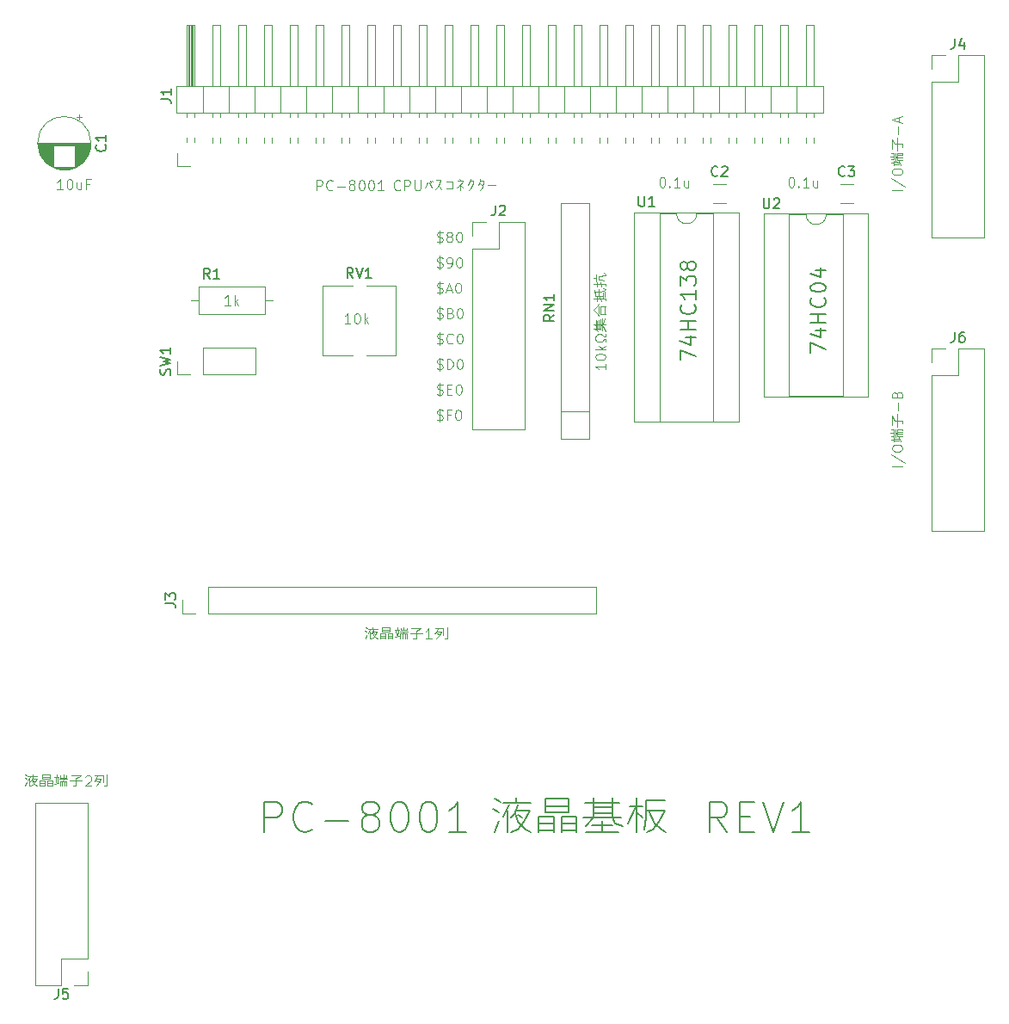
<source format=gto>
G04 #@! TF.GenerationSoftware,KiCad,Pcbnew,(7.0.0-0)*
G04 #@! TF.CreationDate,2023-03-22T18:35:00+09:00*
G04 #@! TF.ProjectId,PC8001-SC1602,50433830-3031-42d5-9343-313630322e6b,rev?*
G04 #@! TF.SameCoordinates,PX5f5e100PY8f0d180*
G04 #@! TF.FileFunction,Legend,Top*
G04 #@! TF.FilePolarity,Positive*
%FSLAX46Y46*%
G04 Gerber Fmt 4.6, Leading zero omitted, Abs format (unit mm)*
G04 Created by KiCad (PCBNEW (7.0.0-0)) date 2023-03-22 18:35:00*
%MOMM*%
%LPD*%
G01*
G04 APERTURE LIST*
%ADD10C,0.100000*%
%ADD11C,0.150000*%
%ADD12C,0.200000*%
%ADD13C,0.120000*%
G04 APERTURE END LIST*
D10*
X78528571Y84617620D02*
X78623809Y84617620D01*
X78623809Y84617620D02*
X78719047Y84570000D01*
X78719047Y84570000D02*
X78766666Y84522381D01*
X78766666Y84522381D02*
X78814285Y84427143D01*
X78814285Y84427143D02*
X78861904Y84236667D01*
X78861904Y84236667D02*
X78861904Y83998572D01*
X78861904Y83998572D02*
X78814285Y83808096D01*
X78814285Y83808096D02*
X78766666Y83712858D01*
X78766666Y83712858D02*
X78719047Y83665239D01*
X78719047Y83665239D02*
X78623809Y83617620D01*
X78623809Y83617620D02*
X78528571Y83617620D01*
X78528571Y83617620D02*
X78433333Y83665239D01*
X78433333Y83665239D02*
X78385714Y83712858D01*
X78385714Y83712858D02*
X78338095Y83808096D01*
X78338095Y83808096D02*
X78290476Y83998572D01*
X78290476Y83998572D02*
X78290476Y84236667D01*
X78290476Y84236667D02*
X78338095Y84427143D01*
X78338095Y84427143D02*
X78385714Y84522381D01*
X78385714Y84522381D02*
X78433333Y84570000D01*
X78433333Y84570000D02*
X78528571Y84617620D01*
X79290476Y83712858D02*
X79338095Y83665239D01*
X79338095Y83665239D02*
X79290476Y83617620D01*
X79290476Y83617620D02*
X79242857Y83665239D01*
X79242857Y83665239D02*
X79290476Y83712858D01*
X79290476Y83712858D02*
X79290476Y83617620D01*
X80290475Y83617620D02*
X79719047Y83617620D01*
X80004761Y83617620D02*
X80004761Y84617620D01*
X80004761Y84617620D02*
X79909523Y84474762D01*
X79909523Y84474762D02*
X79814285Y84379524D01*
X79814285Y84379524D02*
X79719047Y84331905D01*
X81147618Y84284286D02*
X81147618Y83617620D01*
X80719047Y84284286D02*
X80719047Y83760477D01*
X80719047Y83760477D02*
X80766666Y83665239D01*
X80766666Y83665239D02*
X80861904Y83617620D01*
X80861904Y83617620D02*
X81004761Y83617620D01*
X81004761Y83617620D02*
X81099999Y83665239D01*
X81099999Y83665239D02*
X81147618Y83712858D01*
X65828571Y84617620D02*
X65923809Y84617620D01*
X65923809Y84617620D02*
X66019047Y84570000D01*
X66019047Y84570000D02*
X66066666Y84522381D01*
X66066666Y84522381D02*
X66114285Y84427143D01*
X66114285Y84427143D02*
X66161904Y84236667D01*
X66161904Y84236667D02*
X66161904Y83998572D01*
X66161904Y83998572D02*
X66114285Y83808096D01*
X66114285Y83808096D02*
X66066666Y83712858D01*
X66066666Y83712858D02*
X66019047Y83665239D01*
X66019047Y83665239D02*
X65923809Y83617620D01*
X65923809Y83617620D02*
X65828571Y83617620D01*
X65828571Y83617620D02*
X65733333Y83665239D01*
X65733333Y83665239D02*
X65685714Y83712858D01*
X65685714Y83712858D02*
X65638095Y83808096D01*
X65638095Y83808096D02*
X65590476Y83998572D01*
X65590476Y83998572D02*
X65590476Y84236667D01*
X65590476Y84236667D02*
X65638095Y84427143D01*
X65638095Y84427143D02*
X65685714Y84522381D01*
X65685714Y84522381D02*
X65733333Y84570000D01*
X65733333Y84570000D02*
X65828571Y84617620D01*
X66590476Y83712858D02*
X66638095Y83665239D01*
X66638095Y83665239D02*
X66590476Y83617620D01*
X66590476Y83617620D02*
X66542857Y83665239D01*
X66542857Y83665239D02*
X66590476Y83712858D01*
X66590476Y83712858D02*
X66590476Y83617620D01*
X67590475Y83617620D02*
X67019047Y83617620D01*
X67304761Y83617620D02*
X67304761Y84617620D01*
X67304761Y84617620D02*
X67209523Y84474762D01*
X67209523Y84474762D02*
X67114285Y84379524D01*
X67114285Y84379524D02*
X67019047Y84331905D01*
X68447618Y84284286D02*
X68447618Y83617620D01*
X68019047Y84284286D02*
X68019047Y83760477D01*
X68019047Y83760477D02*
X68066666Y83665239D01*
X68066666Y83665239D02*
X68161904Y83617620D01*
X68161904Y83617620D02*
X68304761Y83617620D01*
X68304761Y83617620D02*
X68399999Y83665239D01*
X68399999Y83665239D02*
X68447618Y83712858D01*
X6861904Y83417620D02*
X6290476Y83417620D01*
X6576190Y83417620D02*
X6576190Y84417620D01*
X6576190Y84417620D02*
X6480952Y84274762D01*
X6480952Y84274762D02*
X6385714Y84179524D01*
X6385714Y84179524D02*
X6290476Y84131905D01*
X7480952Y84417620D02*
X7576190Y84417620D01*
X7576190Y84417620D02*
X7671428Y84370000D01*
X7671428Y84370000D02*
X7719047Y84322381D01*
X7719047Y84322381D02*
X7766666Y84227143D01*
X7766666Y84227143D02*
X7814285Y84036667D01*
X7814285Y84036667D02*
X7814285Y83798572D01*
X7814285Y83798572D02*
X7766666Y83608096D01*
X7766666Y83608096D02*
X7719047Y83512858D01*
X7719047Y83512858D02*
X7671428Y83465239D01*
X7671428Y83465239D02*
X7576190Y83417620D01*
X7576190Y83417620D02*
X7480952Y83417620D01*
X7480952Y83417620D02*
X7385714Y83465239D01*
X7385714Y83465239D02*
X7338095Y83512858D01*
X7338095Y83512858D02*
X7290476Y83608096D01*
X7290476Y83608096D02*
X7242857Y83798572D01*
X7242857Y83798572D02*
X7242857Y84036667D01*
X7242857Y84036667D02*
X7290476Y84227143D01*
X7290476Y84227143D02*
X7338095Y84322381D01*
X7338095Y84322381D02*
X7385714Y84370000D01*
X7385714Y84370000D02*
X7480952Y84417620D01*
X8671428Y84084286D02*
X8671428Y83417620D01*
X8242857Y84084286D02*
X8242857Y83560477D01*
X8242857Y83560477D02*
X8290476Y83465239D01*
X8290476Y83465239D02*
X8385714Y83417620D01*
X8385714Y83417620D02*
X8528571Y83417620D01*
X8528571Y83417620D02*
X8623809Y83465239D01*
X8623809Y83465239D02*
X8671428Y83512858D01*
X9480952Y83941429D02*
X9147619Y83941429D01*
X9147619Y83417620D02*
X9147619Y84417620D01*
X9147619Y84417620D02*
X9623809Y84417620D01*
X31838095Y83317620D02*
X31838095Y84317620D01*
X31838095Y84317620D02*
X32219047Y84317620D01*
X32219047Y84317620D02*
X32314285Y84270000D01*
X32314285Y84270000D02*
X32361904Y84222381D01*
X32361904Y84222381D02*
X32409523Y84127143D01*
X32409523Y84127143D02*
X32409523Y83984286D01*
X32409523Y83984286D02*
X32361904Y83889048D01*
X32361904Y83889048D02*
X32314285Y83841429D01*
X32314285Y83841429D02*
X32219047Y83793810D01*
X32219047Y83793810D02*
X31838095Y83793810D01*
X33409523Y83412858D02*
X33361904Y83365239D01*
X33361904Y83365239D02*
X33219047Y83317620D01*
X33219047Y83317620D02*
X33123809Y83317620D01*
X33123809Y83317620D02*
X32980952Y83365239D01*
X32980952Y83365239D02*
X32885714Y83460477D01*
X32885714Y83460477D02*
X32838095Y83555715D01*
X32838095Y83555715D02*
X32790476Y83746191D01*
X32790476Y83746191D02*
X32790476Y83889048D01*
X32790476Y83889048D02*
X32838095Y84079524D01*
X32838095Y84079524D02*
X32885714Y84174762D01*
X32885714Y84174762D02*
X32980952Y84270000D01*
X32980952Y84270000D02*
X33123809Y84317620D01*
X33123809Y84317620D02*
X33219047Y84317620D01*
X33219047Y84317620D02*
X33361904Y84270000D01*
X33361904Y84270000D02*
X33409523Y84222381D01*
X33838095Y83698572D02*
X34600000Y83698572D01*
X35219047Y83889048D02*
X35123809Y83936667D01*
X35123809Y83936667D02*
X35076190Y83984286D01*
X35076190Y83984286D02*
X35028571Y84079524D01*
X35028571Y84079524D02*
X35028571Y84127143D01*
X35028571Y84127143D02*
X35076190Y84222381D01*
X35076190Y84222381D02*
X35123809Y84270000D01*
X35123809Y84270000D02*
X35219047Y84317620D01*
X35219047Y84317620D02*
X35409523Y84317620D01*
X35409523Y84317620D02*
X35504761Y84270000D01*
X35504761Y84270000D02*
X35552380Y84222381D01*
X35552380Y84222381D02*
X35599999Y84127143D01*
X35599999Y84127143D02*
X35599999Y84079524D01*
X35599999Y84079524D02*
X35552380Y83984286D01*
X35552380Y83984286D02*
X35504761Y83936667D01*
X35504761Y83936667D02*
X35409523Y83889048D01*
X35409523Y83889048D02*
X35219047Y83889048D01*
X35219047Y83889048D02*
X35123809Y83841429D01*
X35123809Y83841429D02*
X35076190Y83793810D01*
X35076190Y83793810D02*
X35028571Y83698572D01*
X35028571Y83698572D02*
X35028571Y83508096D01*
X35028571Y83508096D02*
X35076190Y83412858D01*
X35076190Y83412858D02*
X35123809Y83365239D01*
X35123809Y83365239D02*
X35219047Y83317620D01*
X35219047Y83317620D02*
X35409523Y83317620D01*
X35409523Y83317620D02*
X35504761Y83365239D01*
X35504761Y83365239D02*
X35552380Y83412858D01*
X35552380Y83412858D02*
X35599999Y83508096D01*
X35599999Y83508096D02*
X35599999Y83698572D01*
X35599999Y83698572D02*
X35552380Y83793810D01*
X35552380Y83793810D02*
X35504761Y83841429D01*
X35504761Y83841429D02*
X35409523Y83889048D01*
X36219047Y84317620D02*
X36314285Y84317620D01*
X36314285Y84317620D02*
X36409523Y84270000D01*
X36409523Y84270000D02*
X36457142Y84222381D01*
X36457142Y84222381D02*
X36504761Y84127143D01*
X36504761Y84127143D02*
X36552380Y83936667D01*
X36552380Y83936667D02*
X36552380Y83698572D01*
X36552380Y83698572D02*
X36504761Y83508096D01*
X36504761Y83508096D02*
X36457142Y83412858D01*
X36457142Y83412858D02*
X36409523Y83365239D01*
X36409523Y83365239D02*
X36314285Y83317620D01*
X36314285Y83317620D02*
X36219047Y83317620D01*
X36219047Y83317620D02*
X36123809Y83365239D01*
X36123809Y83365239D02*
X36076190Y83412858D01*
X36076190Y83412858D02*
X36028571Y83508096D01*
X36028571Y83508096D02*
X35980952Y83698572D01*
X35980952Y83698572D02*
X35980952Y83936667D01*
X35980952Y83936667D02*
X36028571Y84127143D01*
X36028571Y84127143D02*
X36076190Y84222381D01*
X36076190Y84222381D02*
X36123809Y84270000D01*
X36123809Y84270000D02*
X36219047Y84317620D01*
X37171428Y84317620D02*
X37266666Y84317620D01*
X37266666Y84317620D02*
X37361904Y84270000D01*
X37361904Y84270000D02*
X37409523Y84222381D01*
X37409523Y84222381D02*
X37457142Y84127143D01*
X37457142Y84127143D02*
X37504761Y83936667D01*
X37504761Y83936667D02*
X37504761Y83698572D01*
X37504761Y83698572D02*
X37457142Y83508096D01*
X37457142Y83508096D02*
X37409523Y83412858D01*
X37409523Y83412858D02*
X37361904Y83365239D01*
X37361904Y83365239D02*
X37266666Y83317620D01*
X37266666Y83317620D02*
X37171428Y83317620D01*
X37171428Y83317620D02*
X37076190Y83365239D01*
X37076190Y83365239D02*
X37028571Y83412858D01*
X37028571Y83412858D02*
X36980952Y83508096D01*
X36980952Y83508096D02*
X36933333Y83698572D01*
X36933333Y83698572D02*
X36933333Y83936667D01*
X36933333Y83936667D02*
X36980952Y84127143D01*
X36980952Y84127143D02*
X37028571Y84222381D01*
X37028571Y84222381D02*
X37076190Y84270000D01*
X37076190Y84270000D02*
X37171428Y84317620D01*
X38457142Y83317620D02*
X37885714Y83317620D01*
X38171428Y83317620D02*
X38171428Y84317620D01*
X38171428Y84317620D02*
X38076190Y84174762D01*
X38076190Y84174762D02*
X37980952Y84079524D01*
X37980952Y84079524D02*
X37885714Y84031905D01*
X40057142Y83412858D02*
X40009523Y83365239D01*
X40009523Y83365239D02*
X39866666Y83317620D01*
X39866666Y83317620D02*
X39771428Y83317620D01*
X39771428Y83317620D02*
X39628571Y83365239D01*
X39628571Y83365239D02*
X39533333Y83460477D01*
X39533333Y83460477D02*
X39485714Y83555715D01*
X39485714Y83555715D02*
X39438095Y83746191D01*
X39438095Y83746191D02*
X39438095Y83889048D01*
X39438095Y83889048D02*
X39485714Y84079524D01*
X39485714Y84079524D02*
X39533333Y84174762D01*
X39533333Y84174762D02*
X39628571Y84270000D01*
X39628571Y84270000D02*
X39771428Y84317620D01*
X39771428Y84317620D02*
X39866666Y84317620D01*
X39866666Y84317620D02*
X40009523Y84270000D01*
X40009523Y84270000D02*
X40057142Y84222381D01*
X40485714Y83317620D02*
X40485714Y84317620D01*
X40485714Y84317620D02*
X40866666Y84317620D01*
X40866666Y84317620D02*
X40961904Y84270000D01*
X40961904Y84270000D02*
X41009523Y84222381D01*
X41009523Y84222381D02*
X41057142Y84127143D01*
X41057142Y84127143D02*
X41057142Y83984286D01*
X41057142Y83984286D02*
X41009523Y83889048D01*
X41009523Y83889048D02*
X40961904Y83841429D01*
X40961904Y83841429D02*
X40866666Y83793810D01*
X40866666Y83793810D02*
X40485714Y83793810D01*
X41485714Y84317620D02*
X41485714Y83508096D01*
X41485714Y83508096D02*
X41533333Y83412858D01*
X41533333Y83412858D02*
X41580952Y83365239D01*
X41580952Y83365239D02*
X41676190Y83317620D01*
X41676190Y83317620D02*
X41866666Y83317620D01*
X41866666Y83317620D02*
X41961904Y83365239D01*
X41961904Y83365239D02*
X42009523Y83412858D01*
X42009523Y83412858D02*
X42057142Y83508096D01*
X42057142Y83508096D02*
X42057142Y84317620D01*
X42961904Y84127143D02*
X43152380Y83555715D01*
X42723809Y84127143D02*
X42676190Y83889048D01*
X42676190Y83889048D02*
X42580952Y83698572D01*
X42580952Y83698572D02*
X42485714Y83555715D01*
X43009523Y84222381D02*
X43104761Y84127143D01*
X43152380Y84270000D02*
X43247618Y84174762D01*
X43580952Y84317620D02*
X44009523Y84317620D01*
X44009523Y84317620D02*
X43961904Y84031905D01*
X43961904Y84031905D02*
X43866666Y83841429D01*
X43866666Y83841429D02*
X43771428Y83698572D01*
X43771428Y83698572D02*
X43676190Y83555715D01*
X43676190Y83555715D02*
X43533333Y83412858D01*
X43866666Y83793810D02*
X43961904Y83650953D01*
X43961904Y83650953D02*
X44104761Y83412858D01*
X44628571Y84174762D02*
X45199999Y84174762D01*
X45199999Y84174762D02*
X45199999Y83508096D01*
X45199999Y83508096D02*
X44628571Y83508096D01*
X45866666Y84412858D02*
X46057142Y84270000D01*
X45961904Y83841429D02*
X45961904Y83317620D01*
X46057142Y83793810D02*
X46247618Y83603334D01*
X45723809Y84222381D02*
X46199999Y84222381D01*
X46199999Y84222381D02*
X46104761Y84031905D01*
X46104761Y84031905D02*
X46009523Y83889048D01*
X46009523Y83889048D02*
X45866666Y83746191D01*
X45866666Y83746191D02*
X45628571Y83603334D01*
X46961904Y84412858D02*
X46914285Y84174762D01*
X46914285Y84174762D02*
X46819047Y84031905D01*
X46819047Y84031905D02*
X46723809Y83841429D01*
X46961904Y84222381D02*
X47247618Y84222381D01*
X47247618Y84222381D02*
X47247618Y84031905D01*
X47247618Y84031905D02*
X47199999Y83841429D01*
X47199999Y83841429D02*
X47104761Y83650953D01*
X47104761Y83650953D02*
X47009523Y83508096D01*
X47009523Y83508096D02*
X46819047Y83365239D01*
X47914285Y84031905D02*
X48152380Y83746191D01*
X47961904Y84412858D02*
X47914285Y84222381D01*
X47914285Y84222381D02*
X47866666Y84031905D01*
X47866666Y84031905D02*
X47771428Y83841429D01*
X47961904Y84222381D02*
X48295237Y84222381D01*
X48295237Y84222381D02*
X48247618Y84031905D01*
X48247618Y84031905D02*
X48199999Y83841429D01*
X48199999Y83841429D02*
X48152380Y83650953D01*
X48152380Y83650953D02*
X48057142Y83508096D01*
X48057142Y83508096D02*
X47914285Y83365239D01*
X48723809Y83841429D02*
X49485713Y83841429D01*
X89482380Y56138096D02*
X88482380Y56138096D01*
X88434761Y57328571D02*
X89720476Y56471429D01*
X88482380Y57852381D02*
X88482380Y58042857D01*
X88482380Y58042857D02*
X88530000Y58138095D01*
X88530000Y58138095D02*
X88625238Y58233333D01*
X88625238Y58233333D02*
X88815714Y58280952D01*
X88815714Y58280952D02*
X89149047Y58280952D01*
X89149047Y58280952D02*
X89339523Y58233333D01*
X89339523Y58233333D02*
X89434761Y58138095D01*
X89434761Y58138095D02*
X89482380Y58042857D01*
X89482380Y58042857D02*
X89482380Y57852381D01*
X89482380Y57852381D02*
X89434761Y57757143D01*
X89434761Y57757143D02*
X89339523Y57661905D01*
X89339523Y57661905D02*
X89149047Y57614286D01*
X89149047Y57614286D02*
X88815714Y57614286D01*
X88815714Y57614286D02*
X88625238Y57661905D01*
X88625238Y57661905D02*
X88530000Y57757143D01*
X88530000Y57757143D02*
X88482380Y57852381D01*
X88625238Y58566667D02*
X88625238Y58995238D01*
X88672857Y59138095D02*
X88672857Y59757143D01*
X88815714Y59042857D02*
X88815714Y59804762D01*
X88387142Y58804762D02*
X88625238Y58804762D01*
X89006190Y59090476D02*
X89482380Y59090476D01*
X88434761Y59138095D02*
X88672857Y59138095D01*
X89006190Y59328571D02*
X89482380Y59328571D01*
X88815714Y59423809D02*
X89006190Y59376190D01*
X88339523Y59423809D02*
X88672857Y59423809D01*
X89006190Y59566667D02*
X89482380Y59566667D01*
X88434761Y59757143D02*
X88672857Y59757143D01*
X88720476Y58900000D02*
X89244285Y58852381D01*
X89196666Y58995238D02*
X89291904Y58566667D01*
X88720476Y58661905D02*
X89149047Y58709524D01*
X89006190Y59090476D02*
X89006190Y59757143D01*
X89006190Y59757143D02*
X89482380Y59757143D01*
X89482380Y59757143D02*
X89482380Y59709524D01*
X88958571Y60042857D02*
X88958571Y61280952D01*
X89482380Y60376190D02*
X89482380Y60661904D01*
X88720476Y60661904D02*
X89482380Y60661904D01*
X88482380Y60185714D02*
X88482380Y61138095D01*
X88482380Y61138095D02*
X88577619Y60995238D01*
X88577619Y60995238D02*
X88720476Y60661904D01*
X89101428Y61661904D02*
X89101428Y62423808D01*
X88958571Y63233332D02*
X89006190Y63376189D01*
X89006190Y63376189D02*
X89053809Y63423808D01*
X89053809Y63423808D02*
X89149047Y63471427D01*
X89149047Y63471427D02*
X89291904Y63471427D01*
X89291904Y63471427D02*
X89387142Y63423808D01*
X89387142Y63423808D02*
X89434761Y63376189D01*
X89434761Y63376189D02*
X89482380Y63280951D01*
X89482380Y63280951D02*
X89482380Y62899999D01*
X89482380Y62899999D02*
X88482380Y62899999D01*
X88482380Y62899999D02*
X88482380Y63233332D01*
X88482380Y63233332D02*
X88530000Y63328570D01*
X88530000Y63328570D02*
X88577619Y63376189D01*
X88577619Y63376189D02*
X88672857Y63423808D01*
X88672857Y63423808D02*
X88768095Y63423808D01*
X88768095Y63423808D02*
X88863333Y63376189D01*
X88863333Y63376189D02*
X88910952Y63328570D01*
X88910952Y63328570D02*
X88958571Y63233332D01*
X88958571Y63233332D02*
X88958571Y62899999D01*
X89482380Y83338096D02*
X88482380Y83338096D01*
X88434761Y84528571D02*
X89720476Y83671429D01*
X88482380Y85052381D02*
X88482380Y85242857D01*
X88482380Y85242857D02*
X88530000Y85338095D01*
X88530000Y85338095D02*
X88625238Y85433333D01*
X88625238Y85433333D02*
X88815714Y85480952D01*
X88815714Y85480952D02*
X89149047Y85480952D01*
X89149047Y85480952D02*
X89339523Y85433333D01*
X89339523Y85433333D02*
X89434761Y85338095D01*
X89434761Y85338095D02*
X89482380Y85242857D01*
X89482380Y85242857D02*
X89482380Y85052381D01*
X89482380Y85052381D02*
X89434761Y84957143D01*
X89434761Y84957143D02*
X89339523Y84861905D01*
X89339523Y84861905D02*
X89149047Y84814286D01*
X89149047Y84814286D02*
X88815714Y84814286D01*
X88815714Y84814286D02*
X88625238Y84861905D01*
X88625238Y84861905D02*
X88530000Y84957143D01*
X88530000Y84957143D02*
X88482380Y85052381D01*
X88625238Y85766667D02*
X88625238Y86195238D01*
X88672857Y86338095D02*
X88672857Y86957143D01*
X88815714Y86242857D02*
X88815714Y87004762D01*
X88387142Y86004762D02*
X88625238Y86004762D01*
X89006190Y86290476D02*
X89482380Y86290476D01*
X88434761Y86338095D02*
X88672857Y86338095D01*
X89006190Y86528571D02*
X89482380Y86528571D01*
X88815714Y86623809D02*
X89006190Y86576190D01*
X88339523Y86623809D02*
X88672857Y86623809D01*
X89006190Y86766667D02*
X89482380Y86766667D01*
X88434761Y86957143D02*
X88672857Y86957143D01*
X88720476Y86100000D02*
X89244285Y86052381D01*
X89196666Y86195238D02*
X89291904Y85766667D01*
X88720476Y85861905D02*
X89149047Y85909524D01*
X89006190Y86290476D02*
X89006190Y86957143D01*
X89006190Y86957143D02*
X89482380Y86957143D01*
X89482380Y86957143D02*
X89482380Y86909524D01*
X88958571Y87242857D02*
X88958571Y88480952D01*
X89482380Y87576190D02*
X89482380Y87861904D01*
X88720476Y87861904D02*
X89482380Y87861904D01*
X88482380Y87385714D02*
X88482380Y88338095D01*
X88482380Y88338095D02*
X88577619Y88195238D01*
X88577619Y88195238D02*
X88720476Y87861904D01*
X89101428Y88861904D02*
X89101428Y89623808D01*
X89196666Y90052380D02*
X89196666Y90528570D01*
X89482380Y89957142D02*
X88482380Y90290475D01*
X88482380Y90290475D02*
X89482380Y90623808D01*
D11*
X80473571Y67314286D02*
X80473571Y68314286D01*
X80473571Y68314286D02*
X81973571Y67671429D01*
X80973571Y69528571D02*
X81973571Y69528571D01*
X80402142Y69171429D02*
X81473571Y68814286D01*
X81473571Y68814286D02*
X81473571Y69742857D01*
X81973571Y70314285D02*
X80473571Y70314285D01*
X81187857Y70314285D02*
X81187857Y71171428D01*
X81973571Y71171428D02*
X80473571Y71171428D01*
X81830714Y72742857D02*
X81902142Y72671429D01*
X81902142Y72671429D02*
X81973571Y72457143D01*
X81973571Y72457143D02*
X81973571Y72314286D01*
X81973571Y72314286D02*
X81902142Y72100000D01*
X81902142Y72100000D02*
X81759285Y71957143D01*
X81759285Y71957143D02*
X81616428Y71885714D01*
X81616428Y71885714D02*
X81330714Y71814286D01*
X81330714Y71814286D02*
X81116428Y71814286D01*
X81116428Y71814286D02*
X80830714Y71885714D01*
X80830714Y71885714D02*
X80687857Y71957143D01*
X80687857Y71957143D02*
X80545000Y72100000D01*
X80545000Y72100000D02*
X80473571Y72314286D01*
X80473571Y72314286D02*
X80473571Y72457143D01*
X80473571Y72457143D02*
X80545000Y72671429D01*
X80545000Y72671429D02*
X80616428Y72742857D01*
X80473571Y73671429D02*
X80473571Y73814286D01*
X80473571Y73814286D02*
X80545000Y73957143D01*
X80545000Y73957143D02*
X80616428Y74028571D01*
X80616428Y74028571D02*
X80759285Y74100000D01*
X80759285Y74100000D02*
X81045000Y74171429D01*
X81045000Y74171429D02*
X81402142Y74171429D01*
X81402142Y74171429D02*
X81687857Y74100000D01*
X81687857Y74100000D02*
X81830714Y74028571D01*
X81830714Y74028571D02*
X81902142Y73957143D01*
X81902142Y73957143D02*
X81973571Y73814286D01*
X81973571Y73814286D02*
X81973571Y73671429D01*
X81973571Y73671429D02*
X81902142Y73528571D01*
X81902142Y73528571D02*
X81830714Y73457143D01*
X81830714Y73457143D02*
X81687857Y73385714D01*
X81687857Y73385714D02*
X81402142Y73314286D01*
X81402142Y73314286D02*
X81045000Y73314286D01*
X81045000Y73314286D02*
X80759285Y73385714D01*
X80759285Y73385714D02*
X80616428Y73457143D01*
X80616428Y73457143D02*
X80545000Y73528571D01*
X80545000Y73528571D02*
X80473571Y73671429D01*
X80973571Y75457142D02*
X81973571Y75457142D01*
X80402142Y75100000D02*
X81473571Y74742857D01*
X81473571Y74742857D02*
X81473571Y75671428D01*
X67673571Y66614286D02*
X67673571Y67614286D01*
X67673571Y67614286D02*
X69173571Y66971429D01*
X68173571Y68828571D02*
X69173571Y68828571D01*
X67602142Y68471429D02*
X68673571Y68114286D01*
X68673571Y68114286D02*
X68673571Y69042857D01*
X69173571Y69614285D02*
X67673571Y69614285D01*
X68387857Y69614285D02*
X68387857Y70471428D01*
X69173571Y70471428D02*
X67673571Y70471428D01*
X69030714Y72042857D02*
X69102142Y71971429D01*
X69102142Y71971429D02*
X69173571Y71757143D01*
X69173571Y71757143D02*
X69173571Y71614286D01*
X69173571Y71614286D02*
X69102142Y71400000D01*
X69102142Y71400000D02*
X68959285Y71257143D01*
X68959285Y71257143D02*
X68816428Y71185714D01*
X68816428Y71185714D02*
X68530714Y71114286D01*
X68530714Y71114286D02*
X68316428Y71114286D01*
X68316428Y71114286D02*
X68030714Y71185714D01*
X68030714Y71185714D02*
X67887857Y71257143D01*
X67887857Y71257143D02*
X67745000Y71400000D01*
X67745000Y71400000D02*
X67673571Y71614286D01*
X67673571Y71614286D02*
X67673571Y71757143D01*
X67673571Y71757143D02*
X67745000Y71971429D01*
X67745000Y71971429D02*
X67816428Y72042857D01*
X69173571Y73471429D02*
X69173571Y72614286D01*
X69173571Y73042857D02*
X67673571Y73042857D01*
X67673571Y73042857D02*
X67887857Y72900000D01*
X67887857Y72900000D02*
X68030714Y72757143D01*
X68030714Y72757143D02*
X68102142Y72614286D01*
X67673571Y73971428D02*
X67673571Y74900000D01*
X67673571Y74900000D02*
X68245000Y74400000D01*
X68245000Y74400000D02*
X68245000Y74614285D01*
X68245000Y74614285D02*
X68316428Y74757142D01*
X68316428Y74757142D02*
X68387857Y74828571D01*
X68387857Y74828571D02*
X68530714Y74900000D01*
X68530714Y74900000D02*
X68887857Y74900000D01*
X68887857Y74900000D02*
X69030714Y74828571D01*
X69030714Y74828571D02*
X69102142Y74757142D01*
X69102142Y74757142D02*
X69173571Y74614285D01*
X69173571Y74614285D02*
X69173571Y74185714D01*
X69173571Y74185714D02*
X69102142Y74042857D01*
X69102142Y74042857D02*
X69030714Y73971428D01*
X68316428Y75757142D02*
X68245000Y75614285D01*
X68245000Y75614285D02*
X68173571Y75542856D01*
X68173571Y75542856D02*
X68030714Y75471428D01*
X68030714Y75471428D02*
X67959285Y75471428D01*
X67959285Y75471428D02*
X67816428Y75542856D01*
X67816428Y75542856D02*
X67745000Y75614285D01*
X67745000Y75614285D02*
X67673571Y75757142D01*
X67673571Y75757142D02*
X67673571Y76042856D01*
X67673571Y76042856D02*
X67745000Y76185713D01*
X67745000Y76185713D02*
X67816428Y76257142D01*
X67816428Y76257142D02*
X67959285Y76328571D01*
X67959285Y76328571D02*
X68030714Y76328571D01*
X68030714Y76328571D02*
X68173571Y76257142D01*
X68173571Y76257142D02*
X68245000Y76185713D01*
X68245000Y76185713D02*
X68316428Y76042856D01*
X68316428Y76042856D02*
X68316428Y75757142D01*
X68316428Y75757142D02*
X68387857Y75614285D01*
X68387857Y75614285D02*
X68459285Y75542856D01*
X68459285Y75542856D02*
X68602142Y75471428D01*
X68602142Y75471428D02*
X68887857Y75471428D01*
X68887857Y75471428D02*
X69030714Y75542856D01*
X69030714Y75542856D02*
X69102142Y75614285D01*
X69102142Y75614285D02*
X69173571Y75757142D01*
X69173571Y75757142D02*
X69173571Y76042856D01*
X69173571Y76042856D02*
X69102142Y76185713D01*
X69102142Y76185713D02*
X69030714Y76257142D01*
X69030714Y76257142D02*
X68887857Y76328571D01*
X68887857Y76328571D02*
X68602142Y76328571D01*
X68602142Y76328571D02*
X68459285Y76257142D01*
X68459285Y76257142D02*
X68387857Y76185713D01*
X68387857Y76185713D02*
X68316428Y76042856D01*
D10*
X35161904Y70217620D02*
X34590476Y70217620D01*
X34876190Y70217620D02*
X34876190Y71217620D01*
X34876190Y71217620D02*
X34780952Y71074762D01*
X34780952Y71074762D02*
X34685714Y70979524D01*
X34685714Y70979524D02*
X34590476Y70931905D01*
X35780952Y71217620D02*
X35876190Y71217620D01*
X35876190Y71217620D02*
X35971428Y71170000D01*
X35971428Y71170000D02*
X36019047Y71122381D01*
X36019047Y71122381D02*
X36066666Y71027143D01*
X36066666Y71027143D02*
X36114285Y70836667D01*
X36114285Y70836667D02*
X36114285Y70598572D01*
X36114285Y70598572D02*
X36066666Y70408096D01*
X36066666Y70408096D02*
X36019047Y70312858D01*
X36019047Y70312858D02*
X35971428Y70265239D01*
X35971428Y70265239D02*
X35876190Y70217620D01*
X35876190Y70217620D02*
X35780952Y70217620D01*
X35780952Y70217620D02*
X35685714Y70265239D01*
X35685714Y70265239D02*
X35638095Y70312858D01*
X35638095Y70312858D02*
X35590476Y70408096D01*
X35590476Y70408096D02*
X35542857Y70598572D01*
X35542857Y70598572D02*
X35542857Y70836667D01*
X35542857Y70836667D02*
X35590476Y71027143D01*
X35590476Y71027143D02*
X35638095Y71122381D01*
X35638095Y71122381D02*
X35685714Y71170000D01*
X35685714Y71170000D02*
X35780952Y71217620D01*
X36542857Y70217620D02*
X36542857Y71217620D01*
X36638095Y70598572D02*
X36923809Y70217620D01*
X36923809Y70884286D02*
X36542857Y70503334D01*
X23361904Y72017620D02*
X22790476Y72017620D01*
X23076190Y72017620D02*
X23076190Y73017620D01*
X23076190Y73017620D02*
X22980952Y72874762D01*
X22980952Y72874762D02*
X22885714Y72779524D01*
X22885714Y72779524D02*
X22790476Y72731905D01*
X23790476Y72017620D02*
X23790476Y73017620D01*
X23885714Y72398572D02*
X24171428Y72017620D01*
X24171428Y72684286D02*
X23790476Y72303334D01*
X43690476Y63265239D02*
X43833333Y63217620D01*
X43833333Y63217620D02*
X44071428Y63217620D01*
X44071428Y63217620D02*
X44166666Y63265239D01*
X44166666Y63265239D02*
X44214285Y63312858D01*
X44214285Y63312858D02*
X44261904Y63408096D01*
X44261904Y63408096D02*
X44261904Y63503334D01*
X44261904Y63503334D02*
X44214285Y63598572D01*
X44214285Y63598572D02*
X44166666Y63646191D01*
X44166666Y63646191D02*
X44071428Y63693810D01*
X44071428Y63693810D02*
X43880952Y63741429D01*
X43880952Y63741429D02*
X43785714Y63789048D01*
X43785714Y63789048D02*
X43738095Y63836667D01*
X43738095Y63836667D02*
X43690476Y63931905D01*
X43690476Y63931905D02*
X43690476Y64027143D01*
X43690476Y64027143D02*
X43738095Y64122381D01*
X43738095Y64122381D02*
X43785714Y64170000D01*
X43785714Y64170000D02*
X43880952Y64217620D01*
X43880952Y64217620D02*
X44119047Y64217620D01*
X44119047Y64217620D02*
X44261904Y64170000D01*
X43976190Y64360477D02*
X43976190Y63074762D01*
X44690476Y63741429D02*
X45023809Y63741429D01*
X45166666Y63217620D02*
X44690476Y63217620D01*
X44690476Y63217620D02*
X44690476Y64217620D01*
X44690476Y64217620D02*
X45166666Y64217620D01*
X45785714Y64217620D02*
X45880952Y64217620D01*
X45880952Y64217620D02*
X45976190Y64170000D01*
X45976190Y64170000D02*
X46023809Y64122381D01*
X46023809Y64122381D02*
X46071428Y64027143D01*
X46071428Y64027143D02*
X46119047Y63836667D01*
X46119047Y63836667D02*
X46119047Y63598572D01*
X46119047Y63598572D02*
X46071428Y63408096D01*
X46071428Y63408096D02*
X46023809Y63312858D01*
X46023809Y63312858D02*
X45976190Y63265239D01*
X45976190Y63265239D02*
X45880952Y63217620D01*
X45880952Y63217620D02*
X45785714Y63217620D01*
X45785714Y63217620D02*
X45690476Y63265239D01*
X45690476Y63265239D02*
X45642857Y63312858D01*
X45642857Y63312858D02*
X45595238Y63408096D01*
X45595238Y63408096D02*
X45547619Y63598572D01*
X45547619Y63598572D02*
X45547619Y63836667D01*
X45547619Y63836667D02*
X45595238Y64027143D01*
X45595238Y64027143D02*
X45642857Y64122381D01*
X45642857Y64122381D02*
X45690476Y64170000D01*
X45690476Y64170000D02*
X45785714Y64217620D01*
X43690476Y60765239D02*
X43833333Y60717620D01*
X43833333Y60717620D02*
X44071428Y60717620D01*
X44071428Y60717620D02*
X44166666Y60765239D01*
X44166666Y60765239D02*
X44214285Y60812858D01*
X44214285Y60812858D02*
X44261904Y60908096D01*
X44261904Y60908096D02*
X44261904Y61003334D01*
X44261904Y61003334D02*
X44214285Y61098572D01*
X44214285Y61098572D02*
X44166666Y61146191D01*
X44166666Y61146191D02*
X44071428Y61193810D01*
X44071428Y61193810D02*
X43880952Y61241429D01*
X43880952Y61241429D02*
X43785714Y61289048D01*
X43785714Y61289048D02*
X43738095Y61336667D01*
X43738095Y61336667D02*
X43690476Y61431905D01*
X43690476Y61431905D02*
X43690476Y61527143D01*
X43690476Y61527143D02*
X43738095Y61622381D01*
X43738095Y61622381D02*
X43785714Y61670000D01*
X43785714Y61670000D02*
X43880952Y61717620D01*
X43880952Y61717620D02*
X44119047Y61717620D01*
X44119047Y61717620D02*
X44261904Y61670000D01*
X43976190Y61860477D02*
X43976190Y60574762D01*
X45023809Y61241429D02*
X44690476Y61241429D01*
X44690476Y60717620D02*
X44690476Y61717620D01*
X44690476Y61717620D02*
X45166666Y61717620D01*
X45738095Y61717620D02*
X45833333Y61717620D01*
X45833333Y61717620D02*
X45928571Y61670000D01*
X45928571Y61670000D02*
X45976190Y61622381D01*
X45976190Y61622381D02*
X46023809Y61527143D01*
X46023809Y61527143D02*
X46071428Y61336667D01*
X46071428Y61336667D02*
X46071428Y61098572D01*
X46071428Y61098572D02*
X46023809Y60908096D01*
X46023809Y60908096D02*
X45976190Y60812858D01*
X45976190Y60812858D02*
X45928571Y60765239D01*
X45928571Y60765239D02*
X45833333Y60717620D01*
X45833333Y60717620D02*
X45738095Y60717620D01*
X45738095Y60717620D02*
X45642857Y60765239D01*
X45642857Y60765239D02*
X45595238Y60812858D01*
X45595238Y60812858D02*
X45547619Y60908096D01*
X45547619Y60908096D02*
X45500000Y61098572D01*
X45500000Y61098572D02*
X45500000Y61336667D01*
X45500000Y61336667D02*
X45547619Y61527143D01*
X45547619Y61527143D02*
X45595238Y61622381D01*
X45595238Y61622381D02*
X45642857Y61670000D01*
X45642857Y61670000D02*
X45738095Y61717620D01*
X43690476Y68265239D02*
X43833333Y68217620D01*
X43833333Y68217620D02*
X44071428Y68217620D01*
X44071428Y68217620D02*
X44166666Y68265239D01*
X44166666Y68265239D02*
X44214285Y68312858D01*
X44214285Y68312858D02*
X44261904Y68408096D01*
X44261904Y68408096D02*
X44261904Y68503334D01*
X44261904Y68503334D02*
X44214285Y68598572D01*
X44214285Y68598572D02*
X44166666Y68646191D01*
X44166666Y68646191D02*
X44071428Y68693810D01*
X44071428Y68693810D02*
X43880952Y68741429D01*
X43880952Y68741429D02*
X43785714Y68789048D01*
X43785714Y68789048D02*
X43738095Y68836667D01*
X43738095Y68836667D02*
X43690476Y68931905D01*
X43690476Y68931905D02*
X43690476Y69027143D01*
X43690476Y69027143D02*
X43738095Y69122381D01*
X43738095Y69122381D02*
X43785714Y69170000D01*
X43785714Y69170000D02*
X43880952Y69217620D01*
X43880952Y69217620D02*
X44119047Y69217620D01*
X44119047Y69217620D02*
X44261904Y69170000D01*
X43976190Y69360477D02*
X43976190Y68074762D01*
X45261904Y68312858D02*
X45214285Y68265239D01*
X45214285Y68265239D02*
X45071428Y68217620D01*
X45071428Y68217620D02*
X44976190Y68217620D01*
X44976190Y68217620D02*
X44833333Y68265239D01*
X44833333Y68265239D02*
X44738095Y68360477D01*
X44738095Y68360477D02*
X44690476Y68455715D01*
X44690476Y68455715D02*
X44642857Y68646191D01*
X44642857Y68646191D02*
X44642857Y68789048D01*
X44642857Y68789048D02*
X44690476Y68979524D01*
X44690476Y68979524D02*
X44738095Y69074762D01*
X44738095Y69074762D02*
X44833333Y69170000D01*
X44833333Y69170000D02*
X44976190Y69217620D01*
X44976190Y69217620D02*
X45071428Y69217620D01*
X45071428Y69217620D02*
X45214285Y69170000D01*
X45214285Y69170000D02*
X45261904Y69122381D01*
X45880952Y69217620D02*
X45976190Y69217620D01*
X45976190Y69217620D02*
X46071428Y69170000D01*
X46071428Y69170000D02*
X46119047Y69122381D01*
X46119047Y69122381D02*
X46166666Y69027143D01*
X46166666Y69027143D02*
X46214285Y68836667D01*
X46214285Y68836667D02*
X46214285Y68598572D01*
X46214285Y68598572D02*
X46166666Y68408096D01*
X46166666Y68408096D02*
X46119047Y68312858D01*
X46119047Y68312858D02*
X46071428Y68265239D01*
X46071428Y68265239D02*
X45976190Y68217620D01*
X45976190Y68217620D02*
X45880952Y68217620D01*
X45880952Y68217620D02*
X45785714Y68265239D01*
X45785714Y68265239D02*
X45738095Y68312858D01*
X45738095Y68312858D02*
X45690476Y68408096D01*
X45690476Y68408096D02*
X45642857Y68598572D01*
X45642857Y68598572D02*
X45642857Y68836667D01*
X45642857Y68836667D02*
X45690476Y69027143D01*
X45690476Y69027143D02*
X45738095Y69122381D01*
X45738095Y69122381D02*
X45785714Y69170000D01*
X45785714Y69170000D02*
X45880952Y69217620D01*
X43690476Y70765239D02*
X43833333Y70717620D01*
X43833333Y70717620D02*
X44071428Y70717620D01*
X44071428Y70717620D02*
X44166666Y70765239D01*
X44166666Y70765239D02*
X44214285Y70812858D01*
X44214285Y70812858D02*
X44261904Y70908096D01*
X44261904Y70908096D02*
X44261904Y71003334D01*
X44261904Y71003334D02*
X44214285Y71098572D01*
X44214285Y71098572D02*
X44166666Y71146191D01*
X44166666Y71146191D02*
X44071428Y71193810D01*
X44071428Y71193810D02*
X43880952Y71241429D01*
X43880952Y71241429D02*
X43785714Y71289048D01*
X43785714Y71289048D02*
X43738095Y71336667D01*
X43738095Y71336667D02*
X43690476Y71431905D01*
X43690476Y71431905D02*
X43690476Y71527143D01*
X43690476Y71527143D02*
X43738095Y71622381D01*
X43738095Y71622381D02*
X43785714Y71670000D01*
X43785714Y71670000D02*
X43880952Y71717620D01*
X43880952Y71717620D02*
X44119047Y71717620D01*
X44119047Y71717620D02*
X44261904Y71670000D01*
X43976190Y71860477D02*
X43976190Y70574762D01*
X45023809Y71241429D02*
X45166666Y71193810D01*
X45166666Y71193810D02*
X45214285Y71146191D01*
X45214285Y71146191D02*
X45261904Y71050953D01*
X45261904Y71050953D02*
X45261904Y70908096D01*
X45261904Y70908096D02*
X45214285Y70812858D01*
X45214285Y70812858D02*
X45166666Y70765239D01*
X45166666Y70765239D02*
X45071428Y70717620D01*
X45071428Y70717620D02*
X44690476Y70717620D01*
X44690476Y70717620D02*
X44690476Y71717620D01*
X44690476Y71717620D02*
X45023809Y71717620D01*
X45023809Y71717620D02*
X45119047Y71670000D01*
X45119047Y71670000D02*
X45166666Y71622381D01*
X45166666Y71622381D02*
X45214285Y71527143D01*
X45214285Y71527143D02*
X45214285Y71431905D01*
X45214285Y71431905D02*
X45166666Y71336667D01*
X45166666Y71336667D02*
X45119047Y71289048D01*
X45119047Y71289048D02*
X45023809Y71241429D01*
X45023809Y71241429D02*
X44690476Y71241429D01*
X45880952Y71717620D02*
X45976190Y71717620D01*
X45976190Y71717620D02*
X46071428Y71670000D01*
X46071428Y71670000D02*
X46119047Y71622381D01*
X46119047Y71622381D02*
X46166666Y71527143D01*
X46166666Y71527143D02*
X46214285Y71336667D01*
X46214285Y71336667D02*
X46214285Y71098572D01*
X46214285Y71098572D02*
X46166666Y70908096D01*
X46166666Y70908096D02*
X46119047Y70812858D01*
X46119047Y70812858D02*
X46071428Y70765239D01*
X46071428Y70765239D02*
X45976190Y70717620D01*
X45976190Y70717620D02*
X45880952Y70717620D01*
X45880952Y70717620D02*
X45785714Y70765239D01*
X45785714Y70765239D02*
X45738095Y70812858D01*
X45738095Y70812858D02*
X45690476Y70908096D01*
X45690476Y70908096D02*
X45642857Y71098572D01*
X45642857Y71098572D02*
X45642857Y71336667D01*
X45642857Y71336667D02*
X45690476Y71527143D01*
X45690476Y71527143D02*
X45738095Y71622381D01*
X45738095Y71622381D02*
X45785714Y71670000D01*
X45785714Y71670000D02*
X45880952Y71717620D01*
X43690476Y65765239D02*
X43833333Y65717620D01*
X43833333Y65717620D02*
X44071428Y65717620D01*
X44071428Y65717620D02*
X44166666Y65765239D01*
X44166666Y65765239D02*
X44214285Y65812858D01*
X44214285Y65812858D02*
X44261904Y65908096D01*
X44261904Y65908096D02*
X44261904Y66003334D01*
X44261904Y66003334D02*
X44214285Y66098572D01*
X44214285Y66098572D02*
X44166666Y66146191D01*
X44166666Y66146191D02*
X44071428Y66193810D01*
X44071428Y66193810D02*
X43880952Y66241429D01*
X43880952Y66241429D02*
X43785714Y66289048D01*
X43785714Y66289048D02*
X43738095Y66336667D01*
X43738095Y66336667D02*
X43690476Y66431905D01*
X43690476Y66431905D02*
X43690476Y66527143D01*
X43690476Y66527143D02*
X43738095Y66622381D01*
X43738095Y66622381D02*
X43785714Y66670000D01*
X43785714Y66670000D02*
X43880952Y66717620D01*
X43880952Y66717620D02*
X44119047Y66717620D01*
X44119047Y66717620D02*
X44261904Y66670000D01*
X43976190Y66860477D02*
X43976190Y65574762D01*
X44690476Y65717620D02*
X44690476Y66717620D01*
X44690476Y66717620D02*
X44928571Y66717620D01*
X44928571Y66717620D02*
X45071428Y66670000D01*
X45071428Y66670000D02*
X45166666Y66574762D01*
X45166666Y66574762D02*
X45214285Y66479524D01*
X45214285Y66479524D02*
X45261904Y66289048D01*
X45261904Y66289048D02*
X45261904Y66146191D01*
X45261904Y66146191D02*
X45214285Y65955715D01*
X45214285Y65955715D02*
X45166666Y65860477D01*
X45166666Y65860477D02*
X45071428Y65765239D01*
X45071428Y65765239D02*
X44928571Y65717620D01*
X44928571Y65717620D02*
X44690476Y65717620D01*
X45880952Y66717620D02*
X45976190Y66717620D01*
X45976190Y66717620D02*
X46071428Y66670000D01*
X46071428Y66670000D02*
X46119047Y66622381D01*
X46119047Y66622381D02*
X46166666Y66527143D01*
X46166666Y66527143D02*
X46214285Y66336667D01*
X46214285Y66336667D02*
X46214285Y66098572D01*
X46214285Y66098572D02*
X46166666Y65908096D01*
X46166666Y65908096D02*
X46119047Y65812858D01*
X46119047Y65812858D02*
X46071428Y65765239D01*
X46071428Y65765239D02*
X45976190Y65717620D01*
X45976190Y65717620D02*
X45880952Y65717620D01*
X45880952Y65717620D02*
X45785714Y65765239D01*
X45785714Y65765239D02*
X45738095Y65812858D01*
X45738095Y65812858D02*
X45690476Y65908096D01*
X45690476Y65908096D02*
X45642857Y66098572D01*
X45642857Y66098572D02*
X45642857Y66336667D01*
X45642857Y66336667D02*
X45690476Y66527143D01*
X45690476Y66527143D02*
X45738095Y66622381D01*
X45738095Y66622381D02*
X45785714Y66670000D01*
X45785714Y66670000D02*
X45880952Y66717620D01*
X43690476Y73265239D02*
X43833333Y73217620D01*
X43833333Y73217620D02*
X44071428Y73217620D01*
X44071428Y73217620D02*
X44166666Y73265239D01*
X44166666Y73265239D02*
X44214285Y73312858D01*
X44214285Y73312858D02*
X44261904Y73408096D01*
X44261904Y73408096D02*
X44261904Y73503334D01*
X44261904Y73503334D02*
X44214285Y73598572D01*
X44214285Y73598572D02*
X44166666Y73646191D01*
X44166666Y73646191D02*
X44071428Y73693810D01*
X44071428Y73693810D02*
X43880952Y73741429D01*
X43880952Y73741429D02*
X43785714Y73789048D01*
X43785714Y73789048D02*
X43738095Y73836667D01*
X43738095Y73836667D02*
X43690476Y73931905D01*
X43690476Y73931905D02*
X43690476Y74027143D01*
X43690476Y74027143D02*
X43738095Y74122381D01*
X43738095Y74122381D02*
X43785714Y74170000D01*
X43785714Y74170000D02*
X43880952Y74217620D01*
X43880952Y74217620D02*
X44119047Y74217620D01*
X44119047Y74217620D02*
X44261904Y74170000D01*
X43976190Y74360477D02*
X43976190Y73074762D01*
X44642857Y73503334D02*
X45119047Y73503334D01*
X44547619Y73217620D02*
X44880952Y74217620D01*
X44880952Y74217620D02*
X45214285Y73217620D01*
X45738095Y74217620D02*
X45833333Y74217620D01*
X45833333Y74217620D02*
X45928571Y74170000D01*
X45928571Y74170000D02*
X45976190Y74122381D01*
X45976190Y74122381D02*
X46023809Y74027143D01*
X46023809Y74027143D02*
X46071428Y73836667D01*
X46071428Y73836667D02*
X46071428Y73598572D01*
X46071428Y73598572D02*
X46023809Y73408096D01*
X46023809Y73408096D02*
X45976190Y73312858D01*
X45976190Y73312858D02*
X45928571Y73265239D01*
X45928571Y73265239D02*
X45833333Y73217620D01*
X45833333Y73217620D02*
X45738095Y73217620D01*
X45738095Y73217620D02*
X45642857Y73265239D01*
X45642857Y73265239D02*
X45595238Y73312858D01*
X45595238Y73312858D02*
X45547619Y73408096D01*
X45547619Y73408096D02*
X45500000Y73598572D01*
X45500000Y73598572D02*
X45500000Y73836667D01*
X45500000Y73836667D02*
X45547619Y74027143D01*
X45547619Y74027143D02*
X45595238Y74122381D01*
X45595238Y74122381D02*
X45642857Y74170000D01*
X45642857Y74170000D02*
X45738095Y74217620D01*
X43690476Y75765239D02*
X43833333Y75717620D01*
X43833333Y75717620D02*
X44071428Y75717620D01*
X44071428Y75717620D02*
X44166666Y75765239D01*
X44166666Y75765239D02*
X44214285Y75812858D01*
X44214285Y75812858D02*
X44261904Y75908096D01*
X44261904Y75908096D02*
X44261904Y76003334D01*
X44261904Y76003334D02*
X44214285Y76098572D01*
X44214285Y76098572D02*
X44166666Y76146191D01*
X44166666Y76146191D02*
X44071428Y76193810D01*
X44071428Y76193810D02*
X43880952Y76241429D01*
X43880952Y76241429D02*
X43785714Y76289048D01*
X43785714Y76289048D02*
X43738095Y76336667D01*
X43738095Y76336667D02*
X43690476Y76431905D01*
X43690476Y76431905D02*
X43690476Y76527143D01*
X43690476Y76527143D02*
X43738095Y76622381D01*
X43738095Y76622381D02*
X43785714Y76670000D01*
X43785714Y76670000D02*
X43880952Y76717620D01*
X43880952Y76717620D02*
X44119047Y76717620D01*
X44119047Y76717620D02*
X44261904Y76670000D01*
X43976190Y76860477D02*
X43976190Y75574762D01*
X44738095Y75717620D02*
X44928571Y75717620D01*
X44928571Y75717620D02*
X45023809Y75765239D01*
X45023809Y75765239D02*
X45071428Y75812858D01*
X45071428Y75812858D02*
X45166666Y75955715D01*
X45166666Y75955715D02*
X45214285Y76146191D01*
X45214285Y76146191D02*
X45214285Y76527143D01*
X45214285Y76527143D02*
X45166666Y76622381D01*
X45166666Y76622381D02*
X45119047Y76670000D01*
X45119047Y76670000D02*
X45023809Y76717620D01*
X45023809Y76717620D02*
X44833333Y76717620D01*
X44833333Y76717620D02*
X44738095Y76670000D01*
X44738095Y76670000D02*
X44690476Y76622381D01*
X44690476Y76622381D02*
X44642857Y76527143D01*
X44642857Y76527143D02*
X44642857Y76289048D01*
X44642857Y76289048D02*
X44690476Y76193810D01*
X44690476Y76193810D02*
X44738095Y76146191D01*
X44738095Y76146191D02*
X44833333Y76098572D01*
X44833333Y76098572D02*
X45023809Y76098572D01*
X45023809Y76098572D02*
X45119047Y76146191D01*
X45119047Y76146191D02*
X45166666Y76193810D01*
X45166666Y76193810D02*
X45214285Y76289048D01*
X45833333Y76717620D02*
X45928571Y76717620D01*
X45928571Y76717620D02*
X46023809Y76670000D01*
X46023809Y76670000D02*
X46071428Y76622381D01*
X46071428Y76622381D02*
X46119047Y76527143D01*
X46119047Y76527143D02*
X46166666Y76336667D01*
X46166666Y76336667D02*
X46166666Y76098572D01*
X46166666Y76098572D02*
X46119047Y75908096D01*
X46119047Y75908096D02*
X46071428Y75812858D01*
X46071428Y75812858D02*
X46023809Y75765239D01*
X46023809Y75765239D02*
X45928571Y75717620D01*
X45928571Y75717620D02*
X45833333Y75717620D01*
X45833333Y75717620D02*
X45738095Y75765239D01*
X45738095Y75765239D02*
X45690476Y75812858D01*
X45690476Y75812858D02*
X45642857Y75908096D01*
X45642857Y75908096D02*
X45595238Y76098572D01*
X45595238Y76098572D02*
X45595238Y76336667D01*
X45595238Y76336667D02*
X45642857Y76527143D01*
X45642857Y76527143D02*
X45690476Y76622381D01*
X45690476Y76622381D02*
X45738095Y76670000D01*
X45738095Y76670000D02*
X45833333Y76717620D01*
X43690476Y78265239D02*
X43833333Y78217620D01*
X43833333Y78217620D02*
X44071428Y78217620D01*
X44071428Y78217620D02*
X44166666Y78265239D01*
X44166666Y78265239D02*
X44214285Y78312858D01*
X44214285Y78312858D02*
X44261904Y78408096D01*
X44261904Y78408096D02*
X44261904Y78503334D01*
X44261904Y78503334D02*
X44214285Y78598572D01*
X44214285Y78598572D02*
X44166666Y78646191D01*
X44166666Y78646191D02*
X44071428Y78693810D01*
X44071428Y78693810D02*
X43880952Y78741429D01*
X43880952Y78741429D02*
X43785714Y78789048D01*
X43785714Y78789048D02*
X43738095Y78836667D01*
X43738095Y78836667D02*
X43690476Y78931905D01*
X43690476Y78931905D02*
X43690476Y79027143D01*
X43690476Y79027143D02*
X43738095Y79122381D01*
X43738095Y79122381D02*
X43785714Y79170000D01*
X43785714Y79170000D02*
X43880952Y79217620D01*
X43880952Y79217620D02*
X44119047Y79217620D01*
X44119047Y79217620D02*
X44261904Y79170000D01*
X43976190Y79360477D02*
X43976190Y78074762D01*
X44833333Y78789048D02*
X44738095Y78836667D01*
X44738095Y78836667D02*
X44690476Y78884286D01*
X44690476Y78884286D02*
X44642857Y78979524D01*
X44642857Y78979524D02*
X44642857Y79027143D01*
X44642857Y79027143D02*
X44690476Y79122381D01*
X44690476Y79122381D02*
X44738095Y79170000D01*
X44738095Y79170000D02*
X44833333Y79217620D01*
X44833333Y79217620D02*
X45023809Y79217620D01*
X45023809Y79217620D02*
X45119047Y79170000D01*
X45119047Y79170000D02*
X45166666Y79122381D01*
X45166666Y79122381D02*
X45214285Y79027143D01*
X45214285Y79027143D02*
X45214285Y78979524D01*
X45214285Y78979524D02*
X45166666Y78884286D01*
X45166666Y78884286D02*
X45119047Y78836667D01*
X45119047Y78836667D02*
X45023809Y78789048D01*
X45023809Y78789048D02*
X44833333Y78789048D01*
X44833333Y78789048D02*
X44738095Y78741429D01*
X44738095Y78741429D02*
X44690476Y78693810D01*
X44690476Y78693810D02*
X44642857Y78598572D01*
X44642857Y78598572D02*
X44642857Y78408096D01*
X44642857Y78408096D02*
X44690476Y78312858D01*
X44690476Y78312858D02*
X44738095Y78265239D01*
X44738095Y78265239D02*
X44833333Y78217620D01*
X44833333Y78217620D02*
X45023809Y78217620D01*
X45023809Y78217620D02*
X45119047Y78265239D01*
X45119047Y78265239D02*
X45166666Y78312858D01*
X45166666Y78312858D02*
X45214285Y78408096D01*
X45214285Y78408096D02*
X45214285Y78598572D01*
X45214285Y78598572D02*
X45166666Y78693810D01*
X45166666Y78693810D02*
X45119047Y78741429D01*
X45119047Y78741429D02*
X45023809Y78789048D01*
X45833333Y79217620D02*
X45928571Y79217620D01*
X45928571Y79217620D02*
X46023809Y79170000D01*
X46023809Y79170000D02*
X46071428Y79122381D01*
X46071428Y79122381D02*
X46119047Y79027143D01*
X46119047Y79027143D02*
X46166666Y78836667D01*
X46166666Y78836667D02*
X46166666Y78598572D01*
X46166666Y78598572D02*
X46119047Y78408096D01*
X46119047Y78408096D02*
X46071428Y78312858D01*
X46071428Y78312858D02*
X46023809Y78265239D01*
X46023809Y78265239D02*
X45928571Y78217620D01*
X45928571Y78217620D02*
X45833333Y78217620D01*
X45833333Y78217620D02*
X45738095Y78265239D01*
X45738095Y78265239D02*
X45690476Y78312858D01*
X45690476Y78312858D02*
X45642857Y78408096D01*
X45642857Y78408096D02*
X45595238Y78598572D01*
X45595238Y78598572D02*
X45595238Y78836667D01*
X45595238Y78836667D02*
X45642857Y79027143D01*
X45642857Y79027143D02*
X45690476Y79122381D01*
X45690476Y79122381D02*
X45738095Y79170000D01*
X45738095Y79170000D02*
X45833333Y79217620D01*
X60282380Y66261905D02*
X60282380Y65690477D01*
X60282380Y65976191D02*
X59282380Y65976191D01*
X59282380Y65976191D02*
X59425238Y65880953D01*
X59425238Y65880953D02*
X59520476Y65785715D01*
X59520476Y65785715D02*
X59568095Y65690477D01*
X59282380Y66880953D02*
X59282380Y66976191D01*
X59282380Y66976191D02*
X59330000Y67071429D01*
X59330000Y67071429D02*
X59377619Y67119048D01*
X59377619Y67119048D02*
X59472857Y67166667D01*
X59472857Y67166667D02*
X59663333Y67214286D01*
X59663333Y67214286D02*
X59901428Y67214286D01*
X59901428Y67214286D02*
X60091904Y67166667D01*
X60091904Y67166667D02*
X60187142Y67119048D01*
X60187142Y67119048D02*
X60234761Y67071429D01*
X60234761Y67071429D02*
X60282380Y66976191D01*
X60282380Y66976191D02*
X60282380Y66880953D01*
X60282380Y66880953D02*
X60234761Y66785715D01*
X60234761Y66785715D02*
X60187142Y66738096D01*
X60187142Y66738096D02*
X60091904Y66690477D01*
X60091904Y66690477D02*
X59901428Y66642858D01*
X59901428Y66642858D02*
X59663333Y66642858D01*
X59663333Y66642858D02*
X59472857Y66690477D01*
X59472857Y66690477D02*
X59377619Y66738096D01*
X59377619Y66738096D02*
X59330000Y66785715D01*
X59330000Y66785715D02*
X59282380Y66880953D01*
X60282380Y67642858D02*
X59282380Y67642858D01*
X59901428Y67738096D02*
X60282380Y68023810D01*
X59615714Y68023810D02*
X59996666Y67642858D01*
X60282380Y68404763D02*
X60282380Y68642858D01*
X60282380Y68642858D02*
X60091904Y68642858D01*
X60091904Y68642858D02*
X60044285Y68547620D01*
X60044285Y68547620D02*
X59949047Y68452382D01*
X59949047Y68452382D02*
X59806190Y68404763D01*
X59806190Y68404763D02*
X59568095Y68404763D01*
X59568095Y68404763D02*
X59425238Y68452382D01*
X59425238Y68452382D02*
X59330000Y68547620D01*
X59330000Y68547620D02*
X59282380Y68690477D01*
X59282380Y68690477D02*
X59282380Y68880953D01*
X59282380Y68880953D02*
X59330000Y69023810D01*
X59330000Y69023810D02*
X59425238Y69119048D01*
X59425238Y69119048D02*
X59568095Y69166667D01*
X59568095Y69166667D02*
X59806190Y69166667D01*
X59806190Y69166667D02*
X59949047Y69119048D01*
X59949047Y69119048D02*
X60044285Y69023810D01*
X60044285Y69023810D02*
X60091904Y68928572D01*
X60091904Y68928572D02*
X60282380Y68928572D01*
X60282380Y68928572D02*
X60282380Y69166667D01*
X59330000Y69642858D02*
X59330000Y70547620D01*
X59472857Y69642858D02*
X59472857Y70500001D01*
X59615714Y69642858D02*
X59615714Y70547620D01*
X59806190Y69642858D02*
X59806190Y70642858D01*
X59949047Y69500001D02*
X59949047Y70690477D01*
X59282380Y69690477D02*
X59806190Y69690477D01*
X59234761Y70119048D02*
X60282380Y70119048D01*
X59282380Y69690477D02*
X59520476Y69452382D01*
X59996666Y70166667D02*
X60234761Y70690477D01*
X59139523Y69738096D02*
X59377619Y69642858D01*
X59139523Y70119048D02*
X59330000Y70071429D01*
X59901428Y70071429D02*
X60044285Y69928572D01*
X60044285Y69928572D02*
X60282380Y69452382D01*
X59568095Y71214286D02*
X59568095Y71880953D01*
X60234761Y71166667D02*
X60234761Y71928572D01*
X59806190Y71166667D02*
X60282380Y71166667D01*
X59806190Y71166667D02*
X59806190Y71928572D01*
X59806190Y71928572D02*
X60282380Y71928572D01*
X59139523Y71547619D02*
X59472857Y71880953D01*
X59472857Y71880953D02*
X59615714Y72166667D01*
X59139523Y71547619D02*
X59520476Y71166667D01*
X59520476Y71166667D02*
X59615714Y70928572D01*
X59425238Y72404762D02*
X59425238Y72833333D01*
X59615714Y72928571D02*
X59615714Y73595238D01*
X60234761Y72833333D02*
X60234761Y73357143D01*
X60282380Y72452381D02*
X60282380Y72642857D01*
X59139523Y72642857D02*
X60282380Y72642857D01*
X59282380Y72928571D02*
X60044285Y72928571D01*
X59710952Y72833333D02*
X59853809Y72404762D01*
X59234761Y73309523D02*
X59520476Y73357143D01*
X59520476Y73357143D02*
X59663333Y73309523D01*
X59663333Y73309523D02*
X60139523Y73404762D01*
X59187142Y73500000D02*
X59282380Y73023809D01*
X59996666Y73261904D02*
X60044285Y72785714D01*
X60044285Y73642857D02*
X60282380Y73595238D01*
X60282380Y73595238D02*
X60234761Y73500000D01*
X59377619Y74357142D02*
X59377619Y75071428D01*
X59425238Y73880952D02*
X59425238Y74309523D01*
X60282380Y73928571D02*
X60282380Y74119047D01*
X59139523Y74119047D02*
X60282380Y74119047D01*
X59139523Y74690475D02*
X59330000Y74690475D01*
X59758571Y74309523D02*
X59853809Y73880952D01*
X59568095Y74499999D02*
X59901428Y74499999D01*
X59901428Y74499999D02*
X60139523Y74452380D01*
X59568095Y74499999D02*
X59568095Y74880952D01*
X59568095Y74880952D02*
X60282380Y74928571D01*
X60282380Y74928571D02*
X60282380Y75071428D01*
X60282380Y75071428D02*
X60091904Y75166666D01*
X36928571Y40170000D02*
X37833333Y40170000D01*
X37071428Y39931905D02*
X37071428Y39217620D01*
X37357142Y40360477D02*
X37357142Y40170000D01*
X37404761Y39789048D02*
X37547619Y39693810D01*
X36642857Y40312858D02*
X36833333Y40217620D01*
X36595238Y39979524D02*
X36785714Y39884286D01*
X37309523Y39836667D02*
X37404761Y39550953D01*
X37404761Y39550953D02*
X37642857Y39312858D01*
X37642857Y39312858D02*
X37833333Y39217620D01*
X36785714Y39598572D02*
X36642857Y39217620D01*
X37119047Y40122381D02*
X36928571Y39741429D01*
X37404761Y40122381D02*
X37309523Y39836667D01*
X37309523Y39836667D02*
X37166666Y39693810D01*
X37309523Y39931905D02*
X37785714Y39931905D01*
X37785714Y39931905D02*
X37595238Y39550953D01*
X37595238Y39550953D02*
X37404761Y39312858D01*
X37404761Y39312858D02*
X37166666Y39217620D01*
X38309523Y40074762D02*
X39071428Y40074762D01*
X38309523Y39884286D02*
X39071428Y39884286D01*
X38071428Y39503334D02*
X38595237Y39503334D01*
X38833332Y39503334D02*
X39309523Y39503334D01*
X38071428Y39265239D02*
X38595237Y39265239D01*
X38833332Y39265239D02*
X39309523Y39265239D01*
X38071428Y39741429D02*
X38071428Y39217620D01*
X38309523Y40312858D02*
X38309523Y39884286D01*
X38071428Y39741429D02*
X38595237Y39741429D01*
X38595237Y39741429D02*
X38595237Y39217620D01*
X38833332Y39741429D02*
X38833332Y39217620D01*
X38309523Y40312858D02*
X39071428Y40312858D01*
X39071428Y40312858D02*
X39071428Y39884286D01*
X38833332Y39741429D02*
X39309523Y39741429D01*
X39309523Y39741429D02*
X39309523Y39217620D01*
X39547618Y40074762D02*
X39976189Y40074762D01*
X40119046Y40027143D02*
X40738094Y40027143D01*
X40023808Y39884286D02*
X40785713Y39884286D01*
X39785713Y40312858D02*
X39785713Y40074762D01*
X40071427Y39693810D02*
X40071427Y39217620D01*
X40119046Y40265239D02*
X40119046Y40027143D01*
X40309522Y39693810D02*
X40309522Y39217620D01*
X40404760Y39884286D02*
X40357141Y39693810D01*
X40404760Y40360477D02*
X40404760Y40027143D01*
X40547618Y39693810D02*
X40547618Y39217620D01*
X40738094Y40265239D02*
X40738094Y40027143D01*
X39880951Y39979524D02*
X39833332Y39455715D01*
X39976189Y39503334D02*
X39547618Y39408096D01*
X39642856Y39979524D02*
X39690475Y39550953D01*
X40071427Y39693810D02*
X40738094Y39693810D01*
X40738094Y39693810D02*
X40738094Y39217620D01*
X40738094Y39217620D02*
X40690475Y39217620D01*
X41023808Y39741429D02*
X42261903Y39741429D01*
X41357141Y39217620D02*
X41642855Y39217620D01*
X41642855Y39979524D02*
X41642855Y39217620D01*
X41166665Y40217620D02*
X42119046Y40217620D01*
X42119046Y40217620D02*
X41976189Y40122381D01*
X41976189Y40122381D02*
X41642855Y39979524D01*
X43166664Y39217620D02*
X42595236Y39217620D01*
X42880950Y39217620D02*
X42880950Y40217620D01*
X42880950Y40217620D02*
X42785712Y40074762D01*
X42785712Y40074762D02*
X42690474Y39979524D01*
X42690474Y39979524D02*
X42595236Y39931905D01*
X43499998Y40265239D02*
X44214283Y40265239D01*
X44452379Y39217620D02*
X44690474Y39217620D01*
X44309521Y40217620D02*
X44309521Y39550953D01*
X44690474Y40312858D02*
X44690474Y39217620D01*
X43595236Y39789048D02*
X43976188Y39598572D01*
X43785712Y40265239D02*
X43595236Y39836667D01*
X43595236Y39836667D02*
X43452379Y39693810D01*
X43642855Y39931905D02*
X44119045Y39931905D01*
X44119045Y39931905D02*
X43928569Y39550953D01*
X43928569Y39550953D02*
X43642855Y39217620D01*
X3428571Y25670000D02*
X4333333Y25670000D01*
X3571428Y25431905D02*
X3571428Y24717620D01*
X3857142Y25860477D02*
X3857142Y25670000D01*
X3904761Y25289048D02*
X4047619Y25193810D01*
X3142857Y25812858D02*
X3333333Y25717620D01*
X3095238Y25479524D02*
X3285714Y25384286D01*
X3809523Y25336667D02*
X3904761Y25050953D01*
X3904761Y25050953D02*
X4142857Y24812858D01*
X4142857Y24812858D02*
X4333333Y24717620D01*
X3285714Y25098572D02*
X3142857Y24717620D01*
X3619047Y25622381D02*
X3428571Y25241429D01*
X3904761Y25622381D02*
X3809523Y25336667D01*
X3809523Y25336667D02*
X3666666Y25193810D01*
X3809523Y25431905D02*
X4285714Y25431905D01*
X4285714Y25431905D02*
X4095238Y25050953D01*
X4095238Y25050953D02*
X3904761Y24812858D01*
X3904761Y24812858D02*
X3666666Y24717620D01*
X4809523Y25574762D02*
X5571428Y25574762D01*
X4809523Y25384286D02*
X5571428Y25384286D01*
X4571428Y25003334D02*
X5095237Y25003334D01*
X5333332Y25003334D02*
X5809523Y25003334D01*
X4571428Y24765239D02*
X5095237Y24765239D01*
X5333332Y24765239D02*
X5809523Y24765239D01*
X4571428Y25241429D02*
X4571428Y24717620D01*
X4809523Y25812858D02*
X4809523Y25384286D01*
X4571428Y25241429D02*
X5095237Y25241429D01*
X5095237Y25241429D02*
X5095237Y24717620D01*
X5333332Y25241429D02*
X5333332Y24717620D01*
X4809523Y25812858D02*
X5571428Y25812858D01*
X5571428Y25812858D02*
X5571428Y25384286D01*
X5333332Y25241429D02*
X5809523Y25241429D01*
X5809523Y25241429D02*
X5809523Y24717620D01*
X6047618Y25574762D02*
X6476189Y25574762D01*
X6619046Y25527143D02*
X7238094Y25527143D01*
X6523808Y25384286D02*
X7285713Y25384286D01*
X6285713Y25812858D02*
X6285713Y25574762D01*
X6571427Y25193810D02*
X6571427Y24717620D01*
X6619046Y25765239D02*
X6619046Y25527143D01*
X6809522Y25193810D02*
X6809522Y24717620D01*
X6904760Y25384286D02*
X6857141Y25193810D01*
X6904760Y25860477D02*
X6904760Y25527143D01*
X7047618Y25193810D02*
X7047618Y24717620D01*
X7238094Y25765239D02*
X7238094Y25527143D01*
X6380951Y25479524D02*
X6333332Y24955715D01*
X6476189Y25003334D02*
X6047618Y24908096D01*
X6142856Y25479524D02*
X6190475Y25050953D01*
X6571427Y25193810D02*
X7238094Y25193810D01*
X7238094Y25193810D02*
X7238094Y24717620D01*
X7238094Y24717620D02*
X7190475Y24717620D01*
X7523808Y25241429D02*
X8761903Y25241429D01*
X7857141Y24717620D02*
X8142855Y24717620D01*
X8142855Y25479524D02*
X8142855Y24717620D01*
X7666665Y25717620D02*
X8619046Y25717620D01*
X8619046Y25717620D02*
X8476189Y25622381D01*
X8476189Y25622381D02*
X8142855Y25479524D01*
X9095236Y25622381D02*
X9142855Y25670000D01*
X9142855Y25670000D02*
X9238093Y25717620D01*
X9238093Y25717620D02*
X9476188Y25717620D01*
X9476188Y25717620D02*
X9571426Y25670000D01*
X9571426Y25670000D02*
X9619045Y25622381D01*
X9619045Y25622381D02*
X9666664Y25527143D01*
X9666664Y25527143D02*
X9666664Y25431905D01*
X9666664Y25431905D02*
X9619045Y25289048D01*
X9619045Y25289048D02*
X9047617Y24717620D01*
X9047617Y24717620D02*
X9666664Y24717620D01*
X9999998Y25765239D02*
X10714283Y25765239D01*
X10952379Y24717620D02*
X11190474Y24717620D01*
X10809521Y25717620D02*
X10809521Y25050953D01*
X11190474Y25812858D02*
X11190474Y24717620D01*
X10095236Y25289048D02*
X10476188Y25098572D01*
X10285712Y25765239D02*
X10095236Y25336667D01*
X10095236Y25336667D02*
X9952379Y25193810D01*
X10142855Y25431905D02*
X10619045Y25431905D01*
X10619045Y25431905D02*
X10428569Y25050953D01*
X10428569Y25050953D02*
X10142855Y24717620D01*
D12*
X26714285Y20152858D02*
X26714285Y23152858D01*
X26714285Y23152858D02*
X27857142Y23152858D01*
X27857142Y23152858D02*
X28142857Y23010000D01*
X28142857Y23010000D02*
X28285714Y22867143D01*
X28285714Y22867143D02*
X28428571Y22581429D01*
X28428571Y22581429D02*
X28428571Y22152858D01*
X28428571Y22152858D02*
X28285714Y21867143D01*
X28285714Y21867143D02*
X28142857Y21724286D01*
X28142857Y21724286D02*
X27857142Y21581429D01*
X27857142Y21581429D02*
X26714285Y21581429D01*
X31428571Y20438572D02*
X31285714Y20295715D01*
X31285714Y20295715D02*
X30857142Y20152858D01*
X30857142Y20152858D02*
X30571428Y20152858D01*
X30571428Y20152858D02*
X30142857Y20295715D01*
X30142857Y20295715D02*
X29857142Y20581429D01*
X29857142Y20581429D02*
X29714285Y20867143D01*
X29714285Y20867143D02*
X29571428Y21438572D01*
X29571428Y21438572D02*
X29571428Y21867143D01*
X29571428Y21867143D02*
X29714285Y22438572D01*
X29714285Y22438572D02*
X29857142Y22724286D01*
X29857142Y22724286D02*
X30142857Y23010000D01*
X30142857Y23010000D02*
X30571428Y23152858D01*
X30571428Y23152858D02*
X30857142Y23152858D01*
X30857142Y23152858D02*
X31285714Y23010000D01*
X31285714Y23010000D02*
X31428571Y22867143D01*
X32714285Y21295715D02*
X35000000Y21295715D01*
X36857143Y21867143D02*
X36571428Y22010000D01*
X36571428Y22010000D02*
X36428571Y22152858D01*
X36428571Y22152858D02*
X36285714Y22438572D01*
X36285714Y22438572D02*
X36285714Y22581429D01*
X36285714Y22581429D02*
X36428571Y22867143D01*
X36428571Y22867143D02*
X36571428Y23010000D01*
X36571428Y23010000D02*
X36857143Y23152858D01*
X36857143Y23152858D02*
X37428571Y23152858D01*
X37428571Y23152858D02*
X37714286Y23010000D01*
X37714286Y23010000D02*
X37857143Y22867143D01*
X37857143Y22867143D02*
X38000000Y22581429D01*
X38000000Y22581429D02*
X38000000Y22438572D01*
X38000000Y22438572D02*
X37857143Y22152858D01*
X37857143Y22152858D02*
X37714286Y22010000D01*
X37714286Y22010000D02*
X37428571Y21867143D01*
X37428571Y21867143D02*
X36857143Y21867143D01*
X36857143Y21867143D02*
X36571428Y21724286D01*
X36571428Y21724286D02*
X36428571Y21581429D01*
X36428571Y21581429D02*
X36285714Y21295715D01*
X36285714Y21295715D02*
X36285714Y20724286D01*
X36285714Y20724286D02*
X36428571Y20438572D01*
X36428571Y20438572D02*
X36571428Y20295715D01*
X36571428Y20295715D02*
X36857143Y20152858D01*
X36857143Y20152858D02*
X37428571Y20152858D01*
X37428571Y20152858D02*
X37714286Y20295715D01*
X37714286Y20295715D02*
X37857143Y20438572D01*
X37857143Y20438572D02*
X38000000Y20724286D01*
X38000000Y20724286D02*
X38000000Y21295715D01*
X38000000Y21295715D02*
X37857143Y21581429D01*
X37857143Y21581429D02*
X37714286Y21724286D01*
X37714286Y21724286D02*
X37428571Y21867143D01*
X39857143Y23152858D02*
X40142857Y23152858D01*
X40142857Y23152858D02*
X40428571Y23010000D01*
X40428571Y23010000D02*
X40571429Y22867143D01*
X40571429Y22867143D02*
X40714286Y22581429D01*
X40714286Y22581429D02*
X40857143Y22010000D01*
X40857143Y22010000D02*
X40857143Y21295715D01*
X40857143Y21295715D02*
X40714286Y20724286D01*
X40714286Y20724286D02*
X40571429Y20438572D01*
X40571429Y20438572D02*
X40428571Y20295715D01*
X40428571Y20295715D02*
X40142857Y20152858D01*
X40142857Y20152858D02*
X39857143Y20152858D01*
X39857143Y20152858D02*
X39571429Y20295715D01*
X39571429Y20295715D02*
X39428571Y20438572D01*
X39428571Y20438572D02*
X39285714Y20724286D01*
X39285714Y20724286D02*
X39142857Y21295715D01*
X39142857Y21295715D02*
X39142857Y22010000D01*
X39142857Y22010000D02*
X39285714Y22581429D01*
X39285714Y22581429D02*
X39428571Y22867143D01*
X39428571Y22867143D02*
X39571429Y23010000D01*
X39571429Y23010000D02*
X39857143Y23152858D01*
X42714286Y23152858D02*
X43000000Y23152858D01*
X43000000Y23152858D02*
X43285714Y23010000D01*
X43285714Y23010000D02*
X43428572Y22867143D01*
X43428572Y22867143D02*
X43571429Y22581429D01*
X43571429Y22581429D02*
X43714286Y22010000D01*
X43714286Y22010000D02*
X43714286Y21295715D01*
X43714286Y21295715D02*
X43571429Y20724286D01*
X43571429Y20724286D02*
X43428572Y20438572D01*
X43428572Y20438572D02*
X43285714Y20295715D01*
X43285714Y20295715D02*
X43000000Y20152858D01*
X43000000Y20152858D02*
X42714286Y20152858D01*
X42714286Y20152858D02*
X42428572Y20295715D01*
X42428572Y20295715D02*
X42285714Y20438572D01*
X42285714Y20438572D02*
X42142857Y20724286D01*
X42142857Y20724286D02*
X42000000Y21295715D01*
X42000000Y21295715D02*
X42000000Y22010000D01*
X42000000Y22010000D02*
X42142857Y22581429D01*
X42142857Y22581429D02*
X42285714Y22867143D01*
X42285714Y22867143D02*
X42428572Y23010000D01*
X42428572Y23010000D02*
X42714286Y23152858D01*
X46571429Y20152858D02*
X44857143Y20152858D01*
X45714286Y20152858D02*
X45714286Y23152858D01*
X45714286Y23152858D02*
X45428572Y22724286D01*
X45428572Y22724286D02*
X45142857Y22438572D01*
X45142857Y22438572D02*
X44857143Y22295715D01*
X50228572Y23010000D02*
X52942858Y23010000D01*
X50657143Y22295715D02*
X50657143Y20152858D01*
X51514286Y23581429D02*
X51514286Y23010000D01*
X51657143Y21867143D02*
X52085715Y21581429D01*
X49371429Y23438572D02*
X49942858Y23152858D01*
X49228572Y22438572D02*
X49800000Y22152858D01*
X51371429Y22010000D02*
X51657143Y21152858D01*
X51657143Y21152858D02*
X52371429Y20438572D01*
X52371429Y20438572D02*
X52942858Y20152858D01*
X49800000Y21295715D02*
X49371429Y20152858D01*
X50800000Y22867143D02*
X50228572Y21724286D01*
X51657143Y22867143D02*
X51371429Y22010000D01*
X51371429Y22010000D02*
X50942858Y21581429D01*
X51371429Y22295715D02*
X52800000Y22295715D01*
X52800000Y22295715D02*
X52228572Y21152858D01*
X52228572Y21152858D02*
X51657143Y20438572D01*
X51657143Y20438572D02*
X50942858Y20152858D01*
X54371429Y22724286D02*
X56657143Y22724286D01*
X54371429Y22152858D02*
X56657143Y22152858D01*
X53657143Y21010000D02*
X55228571Y21010000D01*
X55942857Y21010000D02*
X57371429Y21010000D01*
X53657143Y20295715D02*
X55228571Y20295715D01*
X55942857Y20295715D02*
X57371429Y20295715D01*
X53657143Y21724286D02*
X53657143Y20152858D01*
X54371429Y23438572D02*
X54371429Y22152858D01*
X53657143Y21724286D02*
X55228571Y21724286D01*
X55228571Y21724286D02*
X55228571Y20152858D01*
X55942857Y21724286D02*
X55942857Y20152858D01*
X54371429Y23438572D02*
X56657143Y23438572D01*
X56657143Y23438572D02*
X56657143Y22152858D01*
X55942857Y21724286D02*
X57371429Y21724286D01*
X57371429Y21724286D02*
X57371429Y20152858D01*
X58228571Y23010000D02*
X61657142Y23010000D01*
X59085714Y22581429D02*
X60942857Y22581429D01*
X59085714Y22010000D02*
X60942857Y22010000D01*
X58085714Y21581429D02*
X61800000Y21581429D01*
X58942857Y20867143D02*
X60942857Y20867143D01*
X58371428Y20152858D02*
X61514285Y20152858D01*
X59942857Y21295715D02*
X59942857Y20152858D01*
X59085714Y23581429D02*
X59085714Y21581429D01*
X59085714Y21581429D02*
X58371428Y20724286D01*
X60942857Y23581429D02*
X60942857Y21581429D01*
X60942857Y21581429D02*
X61228571Y21010000D01*
X61228571Y21010000D02*
X61942857Y20724286D01*
X64228571Y23295715D02*
X66085713Y23295715D01*
X62657142Y22724286D02*
X63942856Y22724286D01*
X63371428Y23581429D02*
X63371428Y20152858D01*
X63371428Y22152858D02*
X63942856Y21581429D01*
X64514285Y22295715D02*
X65085713Y21010000D01*
X65085713Y21010000D02*
X65799999Y20438572D01*
X65799999Y20438572D02*
X66228571Y20152858D01*
X63228571Y22581429D02*
X62514285Y21010000D01*
X64228571Y22295715D02*
X66085713Y22295715D01*
X66085713Y22295715D02*
X65514285Y21152858D01*
X65514285Y21152858D02*
X64942856Y20438572D01*
X64942856Y20438572D02*
X64371428Y20152858D01*
X64228571Y23295715D02*
X64228571Y21581429D01*
X64228571Y21581429D02*
X64085713Y20438572D01*
X72228570Y20152858D02*
X71228570Y21581429D01*
X70514284Y20152858D02*
X70514284Y23152858D01*
X70514284Y23152858D02*
X71657141Y23152858D01*
X71657141Y23152858D02*
X71942856Y23010000D01*
X71942856Y23010000D02*
X72085713Y22867143D01*
X72085713Y22867143D02*
X72228570Y22581429D01*
X72228570Y22581429D02*
X72228570Y22152858D01*
X72228570Y22152858D02*
X72085713Y21867143D01*
X72085713Y21867143D02*
X71942856Y21724286D01*
X71942856Y21724286D02*
X71657141Y21581429D01*
X71657141Y21581429D02*
X70514284Y21581429D01*
X73514284Y21724286D02*
X74514284Y21724286D01*
X74942856Y20152858D02*
X73514284Y20152858D01*
X73514284Y20152858D02*
X73514284Y23152858D01*
X73514284Y23152858D02*
X74942856Y23152858D01*
X75799999Y23152858D02*
X76799999Y20152858D01*
X76799999Y20152858D02*
X77799999Y23152858D01*
X80371428Y20152858D02*
X78657142Y20152858D01*
X79514285Y20152858D02*
X79514285Y23152858D01*
X79514285Y23152858D02*
X79228571Y22724286D01*
X79228571Y22724286D02*
X78942856Y22438572D01*
X78942856Y22438572D02*
X78657142Y22295715D01*
D11*
X94646666Y69372620D02*
X94646666Y68658334D01*
X94646666Y68658334D02*
X94599047Y68515477D01*
X94599047Y68515477D02*
X94503809Y68420239D01*
X94503809Y68420239D02*
X94360952Y68372620D01*
X94360952Y68372620D02*
X94265714Y68372620D01*
X95551428Y69372620D02*
X95360952Y69372620D01*
X95360952Y69372620D02*
X95265714Y69325000D01*
X95265714Y69325000D02*
X95218095Y69277381D01*
X95218095Y69277381D02*
X95122857Y69134524D01*
X95122857Y69134524D02*
X95075238Y68944048D01*
X95075238Y68944048D02*
X95075238Y68563096D01*
X95075238Y68563096D02*
X95122857Y68467858D01*
X95122857Y68467858D02*
X95170476Y68420239D01*
X95170476Y68420239D02*
X95265714Y68372620D01*
X95265714Y68372620D02*
X95456190Y68372620D01*
X95456190Y68372620D02*
X95551428Y68420239D01*
X95551428Y68420239D02*
X95599047Y68467858D01*
X95599047Y68467858D02*
X95646666Y68563096D01*
X95646666Y68563096D02*
X95646666Y68801191D01*
X95646666Y68801191D02*
X95599047Y68896429D01*
X95599047Y68896429D02*
X95551428Y68944048D01*
X95551428Y68944048D02*
X95456190Y68991667D01*
X95456190Y68991667D02*
X95265714Y68991667D01*
X95265714Y68991667D02*
X95170476Y68944048D01*
X95170476Y68944048D02*
X95122857Y68896429D01*
X95122857Y68896429D02*
X95075238Y68801191D01*
X94646666Y98242620D02*
X94646666Y97528334D01*
X94646666Y97528334D02*
X94599047Y97385477D01*
X94599047Y97385477D02*
X94503809Y97290239D01*
X94503809Y97290239D02*
X94360952Y97242620D01*
X94360952Y97242620D02*
X94265714Y97242620D01*
X95551428Y97909286D02*
X95551428Y97242620D01*
X95313333Y98290239D02*
X95075238Y97575953D01*
X95075238Y97575953D02*
X95694285Y97575953D01*
X55217380Y71064524D02*
X54741190Y70731191D01*
X55217380Y70493096D02*
X54217380Y70493096D01*
X54217380Y70493096D02*
X54217380Y70874048D01*
X54217380Y70874048D02*
X54265000Y70969286D01*
X54265000Y70969286D02*
X54312619Y71016905D01*
X54312619Y71016905D02*
X54407857Y71064524D01*
X54407857Y71064524D02*
X54550714Y71064524D01*
X54550714Y71064524D02*
X54645952Y71016905D01*
X54645952Y71016905D02*
X54693571Y70969286D01*
X54693571Y70969286D02*
X54741190Y70874048D01*
X54741190Y70874048D02*
X54741190Y70493096D01*
X55217380Y71493096D02*
X54217380Y71493096D01*
X54217380Y71493096D02*
X55217380Y72064524D01*
X55217380Y72064524D02*
X54217380Y72064524D01*
X55217380Y73064524D02*
X55217380Y72493096D01*
X55217380Y72778810D02*
X54217380Y72778810D01*
X54217380Y72778810D02*
X54360238Y72683572D01*
X54360238Y72683572D02*
X54455476Y72588334D01*
X54455476Y72588334D02*
X54503095Y72493096D01*
X17409761Y65166668D02*
X17457380Y65309525D01*
X17457380Y65309525D02*
X17457380Y65547620D01*
X17457380Y65547620D02*
X17409761Y65642858D01*
X17409761Y65642858D02*
X17362142Y65690477D01*
X17362142Y65690477D02*
X17266904Y65738096D01*
X17266904Y65738096D02*
X17171666Y65738096D01*
X17171666Y65738096D02*
X17076428Y65690477D01*
X17076428Y65690477D02*
X17028809Y65642858D01*
X17028809Y65642858D02*
X16981190Y65547620D01*
X16981190Y65547620D02*
X16933571Y65357144D01*
X16933571Y65357144D02*
X16885952Y65261906D01*
X16885952Y65261906D02*
X16838333Y65214287D01*
X16838333Y65214287D02*
X16743095Y65166668D01*
X16743095Y65166668D02*
X16647857Y65166668D01*
X16647857Y65166668D02*
X16552619Y65214287D01*
X16552619Y65214287D02*
X16505000Y65261906D01*
X16505000Y65261906D02*
X16457380Y65357144D01*
X16457380Y65357144D02*
X16457380Y65595239D01*
X16457380Y65595239D02*
X16505000Y65738096D01*
X16457380Y66071430D02*
X17457380Y66309525D01*
X17457380Y66309525D02*
X16743095Y66500001D01*
X16743095Y66500001D02*
X17457380Y66690477D01*
X17457380Y66690477D02*
X16457380Y66928572D01*
X17457380Y67833334D02*
X17457380Y67261906D01*
X17457380Y67547620D02*
X16457380Y67547620D01*
X16457380Y67547620D02*
X16600238Y67452382D01*
X16600238Y67452382D02*
X16695476Y67357144D01*
X16695476Y67357144D02*
X16743095Y67261906D01*
X83833333Y84777858D02*
X83785714Y84730239D01*
X83785714Y84730239D02*
X83642857Y84682620D01*
X83642857Y84682620D02*
X83547619Y84682620D01*
X83547619Y84682620D02*
X83404762Y84730239D01*
X83404762Y84730239D02*
X83309524Y84825477D01*
X83309524Y84825477D02*
X83261905Y84920715D01*
X83261905Y84920715D02*
X83214286Y85111191D01*
X83214286Y85111191D02*
X83214286Y85254048D01*
X83214286Y85254048D02*
X83261905Y85444524D01*
X83261905Y85444524D02*
X83309524Y85539762D01*
X83309524Y85539762D02*
X83404762Y85635000D01*
X83404762Y85635000D02*
X83547619Y85682620D01*
X83547619Y85682620D02*
X83642857Y85682620D01*
X83642857Y85682620D02*
X83785714Y85635000D01*
X83785714Y85635000D02*
X83833333Y85587381D01*
X84166667Y85682620D02*
X84785714Y85682620D01*
X84785714Y85682620D02*
X84452381Y85301667D01*
X84452381Y85301667D02*
X84595238Y85301667D01*
X84595238Y85301667D02*
X84690476Y85254048D01*
X84690476Y85254048D02*
X84738095Y85206429D01*
X84738095Y85206429D02*
X84785714Y85111191D01*
X84785714Y85111191D02*
X84785714Y84873096D01*
X84785714Y84873096D02*
X84738095Y84777858D01*
X84738095Y84777858D02*
X84690476Y84730239D01*
X84690476Y84730239D02*
X84595238Y84682620D01*
X84595238Y84682620D02*
X84309524Y84682620D01*
X84309524Y84682620D02*
X84214286Y84730239D01*
X84214286Y84730239D02*
X84166667Y84777858D01*
X35419761Y74697620D02*
X35086428Y75173810D01*
X34848333Y74697620D02*
X34848333Y75697620D01*
X34848333Y75697620D02*
X35229285Y75697620D01*
X35229285Y75697620D02*
X35324523Y75650000D01*
X35324523Y75650000D02*
X35372142Y75602381D01*
X35372142Y75602381D02*
X35419761Y75507143D01*
X35419761Y75507143D02*
X35419761Y75364286D01*
X35419761Y75364286D02*
X35372142Y75269048D01*
X35372142Y75269048D02*
X35324523Y75221429D01*
X35324523Y75221429D02*
X35229285Y75173810D01*
X35229285Y75173810D02*
X34848333Y75173810D01*
X35705476Y75697620D02*
X36038809Y74697620D01*
X36038809Y74697620D02*
X36372142Y75697620D01*
X37229285Y74697620D02*
X36657857Y74697620D01*
X36943571Y74697620D02*
X36943571Y75697620D01*
X36943571Y75697620D02*
X36848333Y75554762D01*
X36848333Y75554762D02*
X36753095Y75459524D01*
X36753095Y75459524D02*
X36657857Y75411905D01*
X21333333Y74632620D02*
X21000000Y75108810D01*
X20761905Y74632620D02*
X20761905Y75632620D01*
X20761905Y75632620D02*
X21142857Y75632620D01*
X21142857Y75632620D02*
X21238095Y75585000D01*
X21238095Y75585000D02*
X21285714Y75537381D01*
X21285714Y75537381D02*
X21333333Y75442143D01*
X21333333Y75442143D02*
X21333333Y75299286D01*
X21333333Y75299286D02*
X21285714Y75204048D01*
X21285714Y75204048D02*
X21238095Y75156429D01*
X21238095Y75156429D02*
X21142857Y75108810D01*
X21142857Y75108810D02*
X20761905Y75108810D01*
X22285714Y74632620D02*
X21714286Y74632620D01*
X22000000Y74632620D02*
X22000000Y75632620D01*
X22000000Y75632620D02*
X21904762Y75489762D01*
X21904762Y75489762D02*
X21809524Y75394524D01*
X21809524Y75394524D02*
X21714286Y75346905D01*
X71333333Y84777858D02*
X71285714Y84730239D01*
X71285714Y84730239D02*
X71142857Y84682620D01*
X71142857Y84682620D02*
X71047619Y84682620D01*
X71047619Y84682620D02*
X70904762Y84730239D01*
X70904762Y84730239D02*
X70809524Y84825477D01*
X70809524Y84825477D02*
X70761905Y84920715D01*
X70761905Y84920715D02*
X70714286Y85111191D01*
X70714286Y85111191D02*
X70714286Y85254048D01*
X70714286Y85254048D02*
X70761905Y85444524D01*
X70761905Y85444524D02*
X70809524Y85539762D01*
X70809524Y85539762D02*
X70904762Y85635000D01*
X70904762Y85635000D02*
X71047619Y85682620D01*
X71047619Y85682620D02*
X71142857Y85682620D01*
X71142857Y85682620D02*
X71285714Y85635000D01*
X71285714Y85635000D02*
X71333333Y85587381D01*
X71714286Y85587381D02*
X71761905Y85635000D01*
X71761905Y85635000D02*
X71857143Y85682620D01*
X71857143Y85682620D02*
X72095238Y85682620D01*
X72095238Y85682620D02*
X72190476Y85635000D01*
X72190476Y85635000D02*
X72238095Y85587381D01*
X72238095Y85587381D02*
X72285714Y85492143D01*
X72285714Y85492143D02*
X72285714Y85396905D01*
X72285714Y85396905D02*
X72238095Y85254048D01*
X72238095Y85254048D02*
X71666667Y84682620D01*
X71666667Y84682620D02*
X72285714Y84682620D01*
X11022142Y87788434D02*
X11069761Y87740815D01*
X11069761Y87740815D02*
X11117380Y87597958D01*
X11117380Y87597958D02*
X11117380Y87502720D01*
X11117380Y87502720D02*
X11069761Y87359863D01*
X11069761Y87359863D02*
X10974523Y87264625D01*
X10974523Y87264625D02*
X10879285Y87217006D01*
X10879285Y87217006D02*
X10688809Y87169387D01*
X10688809Y87169387D02*
X10545952Y87169387D01*
X10545952Y87169387D02*
X10355476Y87217006D01*
X10355476Y87217006D02*
X10260238Y87264625D01*
X10260238Y87264625D02*
X10165000Y87359863D01*
X10165000Y87359863D02*
X10117380Y87502720D01*
X10117380Y87502720D02*
X10117380Y87597958D01*
X10117380Y87597958D02*
X10165000Y87740815D01*
X10165000Y87740815D02*
X10212619Y87788434D01*
X11117380Y88740815D02*
X11117380Y88169387D01*
X11117380Y88455101D02*
X10117380Y88455101D01*
X10117380Y88455101D02*
X10260238Y88359863D01*
X10260238Y88359863D02*
X10355476Y88264625D01*
X10355476Y88264625D02*
X10403095Y88169387D01*
X49411666Y81837620D02*
X49411666Y81123334D01*
X49411666Y81123334D02*
X49364047Y80980477D01*
X49364047Y80980477D02*
X49268809Y80885239D01*
X49268809Y80885239D02*
X49125952Y80837620D01*
X49125952Y80837620D02*
X49030714Y80837620D01*
X49840238Y81742381D02*
X49887857Y81790000D01*
X49887857Y81790000D02*
X49983095Y81837620D01*
X49983095Y81837620D02*
X50221190Y81837620D01*
X50221190Y81837620D02*
X50316428Y81790000D01*
X50316428Y81790000D02*
X50364047Y81742381D01*
X50364047Y81742381D02*
X50411666Y81647143D01*
X50411666Y81647143D02*
X50411666Y81551905D01*
X50411666Y81551905D02*
X50364047Y81409048D01*
X50364047Y81409048D02*
X49792619Y80837620D01*
X49792619Y80837620D02*
X50411666Y80837620D01*
X63538095Y82732620D02*
X63538095Y81923096D01*
X63538095Y81923096D02*
X63585714Y81827858D01*
X63585714Y81827858D02*
X63633333Y81780239D01*
X63633333Y81780239D02*
X63728571Y81732620D01*
X63728571Y81732620D02*
X63919047Y81732620D01*
X63919047Y81732620D02*
X64014285Y81780239D01*
X64014285Y81780239D02*
X64061904Y81827858D01*
X64061904Y81827858D02*
X64109523Y81923096D01*
X64109523Y81923096D02*
X64109523Y82732620D01*
X65109523Y81732620D02*
X64538095Y81732620D01*
X64823809Y81732620D02*
X64823809Y82732620D01*
X64823809Y82732620D02*
X64728571Y82589762D01*
X64728571Y82589762D02*
X64633333Y82494524D01*
X64633333Y82494524D02*
X64538095Y82446905D01*
X16957380Y42666667D02*
X17671666Y42666667D01*
X17671666Y42666667D02*
X17814523Y42619048D01*
X17814523Y42619048D02*
X17909761Y42523810D01*
X17909761Y42523810D02*
X17957380Y42380953D01*
X17957380Y42380953D02*
X17957380Y42285715D01*
X16957380Y43047620D02*
X16957380Y43666667D01*
X16957380Y43666667D02*
X17338333Y43333334D01*
X17338333Y43333334D02*
X17338333Y43476191D01*
X17338333Y43476191D02*
X17385952Y43571429D01*
X17385952Y43571429D02*
X17433571Y43619048D01*
X17433571Y43619048D02*
X17528809Y43666667D01*
X17528809Y43666667D02*
X17766904Y43666667D01*
X17766904Y43666667D02*
X17862142Y43619048D01*
X17862142Y43619048D02*
X17909761Y43571429D01*
X17909761Y43571429D02*
X17957380Y43476191D01*
X17957380Y43476191D02*
X17957380Y43190477D01*
X17957380Y43190477D02*
X17909761Y43095239D01*
X17909761Y43095239D02*
X17862142Y43047620D01*
X16497380Y92281667D02*
X17211666Y92281667D01*
X17211666Y92281667D02*
X17354523Y92234048D01*
X17354523Y92234048D02*
X17449761Y92138810D01*
X17449761Y92138810D02*
X17497380Y91995953D01*
X17497380Y91995953D02*
X17497380Y91900715D01*
X17497380Y93281667D02*
X17497380Y92710239D01*
X17497380Y92995953D02*
X16497380Y92995953D01*
X16497380Y92995953D02*
X16640238Y92900715D01*
X16640238Y92900715D02*
X16735476Y92805477D01*
X16735476Y92805477D02*
X16783095Y92710239D01*
X75838095Y82532620D02*
X75838095Y81723096D01*
X75838095Y81723096D02*
X75885714Y81627858D01*
X75885714Y81627858D02*
X75933333Y81580239D01*
X75933333Y81580239D02*
X76028571Y81532620D01*
X76028571Y81532620D02*
X76219047Y81532620D01*
X76219047Y81532620D02*
X76314285Y81580239D01*
X76314285Y81580239D02*
X76361904Y81627858D01*
X76361904Y81627858D02*
X76409523Y81723096D01*
X76409523Y81723096D02*
X76409523Y82532620D01*
X76838095Y82437381D02*
X76885714Y82485000D01*
X76885714Y82485000D02*
X76980952Y82532620D01*
X76980952Y82532620D02*
X77219047Y82532620D01*
X77219047Y82532620D02*
X77314285Y82485000D01*
X77314285Y82485000D02*
X77361904Y82437381D01*
X77361904Y82437381D02*
X77409523Y82342143D01*
X77409523Y82342143D02*
X77409523Y82246905D01*
X77409523Y82246905D02*
X77361904Y82104048D01*
X77361904Y82104048D02*
X76790476Y81532620D01*
X76790476Y81532620D02*
X77409523Y81532620D01*
X6396666Y4762620D02*
X6396666Y4048334D01*
X6396666Y4048334D02*
X6349047Y3905477D01*
X6349047Y3905477D02*
X6253809Y3810239D01*
X6253809Y3810239D02*
X6110952Y3762620D01*
X6110952Y3762620D02*
X6015714Y3762620D01*
X7349047Y4762620D02*
X6872857Y4762620D01*
X6872857Y4762620D02*
X6825238Y4286429D01*
X6825238Y4286429D02*
X6872857Y4334048D01*
X6872857Y4334048D02*
X6968095Y4381667D01*
X6968095Y4381667D02*
X7206190Y4381667D01*
X7206190Y4381667D02*
X7301428Y4334048D01*
X7301428Y4334048D02*
X7349047Y4286429D01*
X7349047Y4286429D02*
X7396666Y4191191D01*
X7396666Y4191191D02*
X7396666Y3953096D01*
X7396666Y3953096D02*
X7349047Y3857858D01*
X7349047Y3857858D02*
X7301428Y3810239D01*
X7301428Y3810239D02*
X7206190Y3762620D01*
X7206190Y3762620D02*
X6968095Y3762620D01*
X6968095Y3762620D02*
X6872857Y3810239D01*
X6872857Y3810239D02*
X6825238Y3857858D01*
D13*
X94980000Y65140000D02*
X94980000Y67740000D01*
X92380000Y65140000D02*
X92380000Y49840000D01*
X92380000Y67740000D02*
X93710000Y67740000D01*
X97580000Y67740000D02*
X97580000Y49840000D01*
X92380000Y65140000D02*
X94980000Y65140000D01*
X92380000Y66410000D02*
X92380000Y67740000D01*
X94980000Y67740000D02*
X97580000Y67740000D01*
X92380000Y49840000D02*
X97580000Y49840000D01*
X94980000Y94010000D02*
X94980000Y96610000D01*
X92380000Y94010000D02*
X92380000Y78710000D01*
X92380000Y96610000D02*
X93710000Y96610000D01*
X97580000Y96610000D02*
X97580000Y78710000D01*
X92380000Y94010000D02*
X94980000Y94010000D01*
X92380000Y95280000D02*
X92380000Y96610000D01*
X94980000Y96610000D02*
X97580000Y96610000D01*
X92380000Y78710000D02*
X97580000Y78710000D01*
X55850000Y58885000D02*
X58650000Y58885000D01*
X58650000Y58885000D02*
X58650000Y82085000D01*
X55850000Y61595000D02*
X58650000Y61595000D01*
X55850000Y82085000D02*
X55850000Y58885000D01*
X58650000Y82085000D02*
X55850000Y82085000D01*
X18090000Y65170000D02*
X18090000Y66500000D01*
X19420000Y65170000D02*
X18090000Y65170000D01*
X20690000Y65170000D02*
X25830000Y65170000D01*
X20690000Y65170000D02*
X20690000Y67830000D01*
X25830000Y65170000D02*
X25830000Y67830000D01*
X20690000Y67830000D02*
X25830000Y67830000D01*
X83371000Y83920000D02*
X84629000Y83920000D01*
X83371000Y82080000D02*
X84629000Y82080000D01*
X32395000Y73935000D02*
X32395000Y67095000D01*
X32395000Y73935000D02*
X35425000Y73935000D01*
X32395000Y67095000D02*
X35425000Y67095000D01*
X36725000Y73935000D02*
X39635000Y73935000D01*
X36725000Y67095000D02*
X39635000Y67095000D01*
X39635000Y73935000D02*
X39635000Y67095000D01*
X19460000Y72500000D02*
X20230000Y72500000D01*
X20230000Y73870000D02*
X20230000Y71130000D01*
X20230000Y71130000D02*
X26770000Y71130000D01*
X26770000Y73870000D02*
X20230000Y73870000D01*
X26770000Y71130000D02*
X26770000Y73870000D01*
X27540000Y72500000D02*
X26770000Y72500000D01*
X70871000Y83920000D02*
X72129000Y83920000D01*
X70871000Y82080000D02*
X72129000Y82080000D01*
X8475000Y90759875D02*
X8475000Y90259875D01*
X8725000Y90509875D02*
X8225000Y90509875D01*
X9580000Y87955100D02*
X4420000Y87955100D01*
X9580000Y87915100D02*
X4420000Y87915100D01*
X9579000Y87875100D02*
X4421000Y87875100D01*
X9578000Y87835100D02*
X4422000Y87835100D01*
X9576000Y87795100D02*
X4424000Y87795100D01*
X9573000Y87755100D02*
X4427000Y87755100D01*
X9569000Y87715100D02*
X8040000Y87715100D01*
X5960000Y87715100D02*
X4431000Y87715100D01*
X9565000Y87675100D02*
X8040000Y87675100D01*
X5960000Y87675100D02*
X4435000Y87675100D01*
X9561000Y87635100D02*
X8040000Y87635100D01*
X5960000Y87635100D02*
X4439000Y87635100D01*
X9556000Y87595100D02*
X8040000Y87595100D01*
X5960000Y87595100D02*
X4444000Y87595100D01*
X9550000Y87555100D02*
X8040000Y87555100D01*
X5960000Y87555100D02*
X4450000Y87555100D01*
X9543000Y87515100D02*
X8040000Y87515100D01*
X5960000Y87515100D02*
X4457000Y87515100D01*
X9536000Y87475100D02*
X8040000Y87475100D01*
X5960000Y87475100D02*
X4464000Y87475100D01*
X9528000Y87435100D02*
X8040000Y87435100D01*
X5960000Y87435100D02*
X4472000Y87435100D01*
X9520000Y87395100D02*
X8040000Y87395100D01*
X5960000Y87395100D02*
X4480000Y87395100D01*
X9511000Y87355100D02*
X8040000Y87355100D01*
X5960000Y87355100D02*
X4489000Y87355100D01*
X9501000Y87315100D02*
X8040000Y87315100D01*
X5960000Y87315100D02*
X4499000Y87315100D01*
X9491000Y87275100D02*
X8040000Y87275100D01*
X5960000Y87275100D02*
X4509000Y87275100D01*
X9480000Y87234100D02*
X8040000Y87234100D01*
X5960000Y87234100D02*
X4520000Y87234100D01*
X9468000Y87194100D02*
X8040000Y87194100D01*
X5960000Y87194100D02*
X4532000Y87194100D01*
X9455000Y87154100D02*
X8040000Y87154100D01*
X5960000Y87154100D02*
X4545000Y87154100D01*
X9442000Y87114100D02*
X8040000Y87114100D01*
X5960000Y87114100D02*
X4558000Y87114100D01*
X9428000Y87074100D02*
X8040000Y87074100D01*
X5960000Y87074100D02*
X4572000Y87074100D01*
X9414000Y87034100D02*
X8040000Y87034100D01*
X5960000Y87034100D02*
X4586000Y87034100D01*
X9398000Y86994100D02*
X8040000Y86994100D01*
X5960000Y86994100D02*
X4602000Y86994100D01*
X9382000Y86954100D02*
X8040000Y86954100D01*
X5960000Y86954100D02*
X4618000Y86954100D01*
X9365000Y86914100D02*
X8040000Y86914100D01*
X5960000Y86914100D02*
X4635000Y86914100D01*
X9348000Y86874100D02*
X8040000Y86874100D01*
X5960000Y86874100D02*
X4652000Y86874100D01*
X9329000Y86834100D02*
X8040000Y86834100D01*
X5960000Y86834100D02*
X4671000Y86834100D01*
X9310000Y86794100D02*
X8040000Y86794100D01*
X5960000Y86794100D02*
X4690000Y86794100D01*
X9290000Y86754100D02*
X8040000Y86754100D01*
X5960000Y86754100D02*
X4710000Y86754100D01*
X9268000Y86714100D02*
X8040000Y86714100D01*
X5960000Y86714100D02*
X4732000Y86714100D01*
X9247000Y86674100D02*
X8040000Y86674100D01*
X5960000Y86674100D02*
X4753000Y86674100D01*
X9224000Y86634100D02*
X8040000Y86634100D01*
X5960000Y86634100D02*
X4776000Y86634100D01*
X9200000Y86594100D02*
X8040000Y86594100D01*
X5960000Y86594100D02*
X4800000Y86594100D01*
X9175000Y86554100D02*
X8040000Y86554100D01*
X5960000Y86554100D02*
X4825000Y86554100D01*
X9149000Y86514100D02*
X8040000Y86514100D01*
X5960000Y86514100D02*
X4851000Y86514100D01*
X9122000Y86474100D02*
X8040000Y86474100D01*
X5960000Y86474100D02*
X4878000Y86474100D01*
X9095000Y86434100D02*
X8040000Y86434100D01*
X5960000Y86434100D02*
X4905000Y86434100D01*
X9065000Y86394100D02*
X8040000Y86394100D01*
X5960000Y86394100D02*
X4935000Y86394100D01*
X9035000Y86354100D02*
X8040000Y86354100D01*
X5960000Y86354100D02*
X4965000Y86354100D01*
X9004000Y86314100D02*
X8040000Y86314100D01*
X5960000Y86314100D02*
X4996000Y86314100D01*
X8971000Y86274100D02*
X8040000Y86274100D01*
X5960000Y86274100D02*
X5029000Y86274100D01*
X8937000Y86234100D02*
X8040000Y86234100D01*
X5960000Y86234100D02*
X5063000Y86234100D01*
X8901000Y86194100D02*
X8040000Y86194100D01*
X5960000Y86194100D02*
X5099000Y86194100D01*
X8864000Y86154100D02*
X8040000Y86154100D01*
X5960000Y86154100D02*
X5136000Y86154100D01*
X8826000Y86114100D02*
X8040000Y86114100D01*
X5960000Y86114100D02*
X5174000Y86114100D01*
X8785000Y86074100D02*
X8040000Y86074100D01*
X5960000Y86074100D02*
X5215000Y86074100D01*
X8743000Y86034100D02*
X8040000Y86034100D01*
X5960000Y86034100D02*
X5257000Y86034100D01*
X8699000Y85994100D02*
X8040000Y85994100D01*
X5960000Y85994100D02*
X5301000Y85994100D01*
X8653000Y85954100D02*
X8040000Y85954100D01*
X5960000Y85954100D02*
X5347000Y85954100D01*
X8605000Y85914100D02*
X8040000Y85914100D01*
X5960000Y85914100D02*
X5395000Y85914100D01*
X8554000Y85874100D02*
X8040000Y85874100D01*
X5960000Y85874100D02*
X5446000Y85874100D01*
X8500000Y85834100D02*
X8040000Y85834100D01*
X5960000Y85834100D02*
X5500000Y85834100D01*
X8443000Y85794100D02*
X8040000Y85794100D01*
X5960000Y85794100D02*
X5557000Y85794100D01*
X8383000Y85754100D02*
X8040000Y85754100D01*
X5960000Y85754100D02*
X5617000Y85754100D01*
X8319000Y85714100D02*
X8040000Y85714100D01*
X5960000Y85714100D02*
X5681000Y85714100D01*
X8251000Y85674100D02*
X8040000Y85674100D01*
X5960000Y85674100D02*
X5749000Y85674100D01*
X8178000Y85634100D02*
X5822000Y85634100D01*
X8098000Y85594100D02*
X5902000Y85594100D01*
X8011000Y85554100D02*
X5989000Y85554100D01*
X7915000Y85514100D02*
X6085000Y85514100D01*
X7805000Y85474100D02*
X6195000Y85474100D01*
X7677000Y85434100D02*
X6323000Y85434100D01*
X7518000Y85394100D02*
X6482000Y85394100D01*
X7284000Y85354100D02*
X6716000Y85354100D01*
X9620000Y87955100D02*
G75*
G03*
X9620000Y87955100I-2620000J0D01*
G01*
X47145000Y80205000D02*
X48475000Y80205000D01*
X47145000Y78875000D02*
X47145000Y80205000D01*
X47145000Y77605000D02*
X47145000Y59765000D01*
X47145000Y77605000D02*
X49745000Y77605000D01*
X47145000Y59765000D02*
X52345000Y59765000D01*
X49745000Y80205000D02*
X52345000Y80205000D01*
X49745000Y77605000D02*
X49745000Y80205000D01*
X52345000Y80205000D02*
X52345000Y59765000D01*
X63120000Y81090000D02*
X63120000Y60530000D01*
X63120000Y60530000D02*
X73400000Y60530000D01*
X65610000Y81030000D02*
X65610000Y60590000D01*
X65610000Y60590000D02*
X70910000Y60590000D01*
X67260000Y81030000D02*
X65610000Y81030000D01*
X70910000Y81030000D02*
X69260000Y81030000D01*
X70910000Y60590000D02*
X70910000Y81030000D01*
X73400000Y81090000D02*
X63120000Y81090000D01*
X73400000Y60530000D02*
X73400000Y81090000D01*
X67260000Y81030000D02*
G75*
G03*
X69260000Y81030000I1000000J0D01*
G01*
X18590000Y41670000D02*
X18590000Y43000000D01*
X19920000Y41670000D02*
X18590000Y41670000D01*
X21190000Y41670000D02*
X59350000Y41670000D01*
X21190000Y41670000D02*
X21190000Y44330000D01*
X59350000Y41670000D02*
X59350000Y44330000D01*
X21190000Y44330000D02*
X59350000Y44330000D01*
X80740000Y99600000D02*
X80740000Y93600000D01*
X79980000Y99600000D02*
X80740000Y99600000D01*
X78200000Y99600000D02*
X78200000Y93600000D01*
X77440000Y99600000D02*
X78200000Y99600000D01*
X75660000Y99600000D02*
X75660000Y93600000D01*
X74900000Y99600000D02*
X75660000Y99600000D01*
X73120000Y99600000D02*
X73120000Y93600000D01*
X72360000Y99600000D02*
X73120000Y99600000D01*
X70580000Y99600000D02*
X70580000Y93600000D01*
X69820000Y99600000D02*
X70580000Y99600000D01*
X68040000Y99600000D02*
X68040000Y93600000D01*
X67280000Y99600000D02*
X68040000Y99600000D01*
X65500000Y99600000D02*
X65500000Y93600000D01*
X64740000Y99600000D02*
X65500000Y99600000D01*
X62960000Y99600000D02*
X62960000Y93600000D01*
X62200000Y99600000D02*
X62960000Y99600000D01*
X60420000Y99600000D02*
X60420000Y93600000D01*
X59660000Y99600000D02*
X60420000Y99600000D01*
X57880000Y99600000D02*
X57880000Y93600000D01*
X57120000Y99600000D02*
X57880000Y99600000D01*
X55340000Y99600000D02*
X55340000Y93600000D01*
X54580000Y99600000D02*
X55340000Y99600000D01*
X52800000Y99600000D02*
X52800000Y93600000D01*
X52040000Y99600000D02*
X52800000Y99600000D01*
X50260000Y99600000D02*
X50260000Y93600000D01*
X49500000Y99600000D02*
X50260000Y99600000D01*
X47720000Y99600000D02*
X47720000Y93600000D01*
X46960000Y99600000D02*
X47720000Y99600000D01*
X45180000Y99600000D02*
X45180000Y93600000D01*
X44420000Y99600000D02*
X45180000Y99600000D01*
X42640000Y99600000D02*
X42640000Y93600000D01*
X41880000Y99600000D02*
X42640000Y99600000D01*
X40100000Y99600000D02*
X40100000Y93600000D01*
X39340000Y99600000D02*
X40100000Y99600000D01*
X37560000Y99600000D02*
X37560000Y93600000D01*
X36800000Y99600000D02*
X37560000Y99600000D01*
X35020000Y99600000D02*
X35020000Y93600000D01*
X34260000Y99600000D02*
X35020000Y99600000D01*
X32480000Y99600000D02*
X32480000Y93600000D01*
X31720000Y99600000D02*
X32480000Y99600000D01*
X29940000Y99600000D02*
X29940000Y93600000D01*
X29180000Y99600000D02*
X29940000Y99600000D01*
X27400000Y99600000D02*
X27400000Y93600000D01*
X26640000Y99600000D02*
X27400000Y99600000D01*
X24860000Y99600000D02*
X24860000Y93600000D01*
X24100000Y99600000D02*
X24860000Y99600000D01*
X22320000Y99600000D02*
X22320000Y93600000D01*
X21560000Y99600000D02*
X22320000Y99600000D01*
X19780000Y99600000D02*
X19780000Y93600000D01*
X19020000Y99600000D02*
X19780000Y99600000D01*
X81690000Y93600000D02*
X18070000Y93600000D01*
X79980000Y93600000D02*
X79980000Y99600000D01*
X77440000Y93600000D02*
X77440000Y99600000D01*
X74900000Y93600000D02*
X74900000Y99600000D01*
X72360000Y93600000D02*
X72360000Y99600000D01*
X69820000Y93600000D02*
X69820000Y99600000D01*
X67280000Y93600000D02*
X67280000Y99600000D01*
X64740000Y93600000D02*
X64740000Y99600000D01*
X62200000Y93600000D02*
X62200000Y99600000D01*
X59660000Y93600000D02*
X59660000Y99600000D01*
X57120000Y93600000D02*
X57120000Y99600000D01*
X54580000Y93600000D02*
X54580000Y99600000D01*
X52040000Y93600000D02*
X52040000Y99600000D01*
X49500000Y93600000D02*
X49500000Y99600000D01*
X46960000Y93600000D02*
X46960000Y99600000D01*
X44420000Y93600000D02*
X44420000Y99600000D01*
X41880000Y93600000D02*
X41880000Y99600000D01*
X39340000Y93600000D02*
X39340000Y99600000D01*
X36800000Y93600000D02*
X36800000Y99600000D01*
X34260000Y93600000D02*
X34260000Y99600000D01*
X31720000Y93600000D02*
X31720000Y99600000D01*
X29180000Y93600000D02*
X29180000Y99600000D01*
X26640000Y93600000D02*
X26640000Y99600000D01*
X24100000Y93600000D02*
X24100000Y99600000D01*
X21560000Y93600000D02*
X21560000Y99600000D01*
X19680000Y93600000D02*
X19680000Y99600000D01*
X19560000Y93600000D02*
X19560000Y99600000D01*
X19440000Y93600000D02*
X19440000Y99600000D01*
X19320000Y93600000D02*
X19320000Y99600000D01*
X19200000Y93600000D02*
X19200000Y99600000D01*
X19080000Y93600000D02*
X19080000Y99600000D01*
X19020000Y93600000D02*
X19020000Y99600000D01*
X18070000Y93600000D02*
X18070000Y90940000D01*
X81690000Y90940000D02*
X81690000Y93600000D01*
X79090000Y90940000D02*
X79090000Y93600000D01*
X76550000Y90940000D02*
X76550000Y93600000D01*
X74010000Y90940000D02*
X74010000Y93600000D01*
X71470000Y90940000D02*
X71470000Y93600000D01*
X68930000Y90940000D02*
X68930000Y93600000D01*
X66390000Y90940000D02*
X66390000Y93600000D01*
X63850000Y90940000D02*
X63850000Y93600000D01*
X61310000Y90940000D02*
X61310000Y93600000D01*
X58770000Y90940000D02*
X58770000Y93600000D01*
X56230000Y90940000D02*
X56230000Y93600000D01*
X53690000Y90940000D02*
X53690000Y93600000D01*
X51150000Y90940000D02*
X51150000Y93600000D01*
X48610000Y90940000D02*
X48610000Y93600000D01*
X46070000Y90940000D02*
X46070000Y93600000D01*
X43530000Y90940000D02*
X43530000Y93600000D01*
X40990000Y90940000D02*
X40990000Y93600000D01*
X38450000Y90940000D02*
X38450000Y93600000D01*
X35910000Y90940000D02*
X35910000Y93600000D01*
X33370000Y90940000D02*
X33370000Y93600000D01*
X30830000Y90940000D02*
X30830000Y93600000D01*
X28290000Y90940000D02*
X28290000Y93600000D01*
X25750000Y90940000D02*
X25750000Y93600000D01*
X23210000Y90940000D02*
X23210000Y93600000D01*
X20670000Y90940000D02*
X20670000Y93600000D01*
X18070000Y90940000D02*
X81690000Y90940000D01*
X80740000Y90542929D02*
X80740000Y90940000D01*
X79980000Y90542929D02*
X79980000Y90940000D01*
X78200000Y90542929D02*
X78200000Y90940000D01*
X77440000Y90542929D02*
X77440000Y90940000D01*
X75660000Y90542929D02*
X75660000Y90940000D01*
X74900000Y90542929D02*
X74900000Y90940000D01*
X73120000Y90542929D02*
X73120000Y90940000D01*
X72360000Y90542929D02*
X72360000Y90940000D01*
X70580000Y90542929D02*
X70580000Y90940000D01*
X69820000Y90542929D02*
X69820000Y90940000D01*
X68040000Y90542929D02*
X68040000Y90940000D01*
X67280000Y90542929D02*
X67280000Y90940000D01*
X65500000Y90542929D02*
X65500000Y90940000D01*
X64740000Y90542929D02*
X64740000Y90940000D01*
X62960000Y90542929D02*
X62960000Y90940000D01*
X62200000Y90542929D02*
X62200000Y90940000D01*
X60420000Y90542929D02*
X60420000Y90940000D01*
X59660000Y90542929D02*
X59660000Y90940000D01*
X57880000Y90542929D02*
X57880000Y90940000D01*
X57120000Y90542929D02*
X57120000Y90940000D01*
X55340000Y90542929D02*
X55340000Y90940000D01*
X54580000Y90542929D02*
X54580000Y90940000D01*
X52800000Y90542929D02*
X52800000Y90940000D01*
X52040000Y90542929D02*
X52040000Y90940000D01*
X50260000Y90542929D02*
X50260000Y90940000D01*
X49500000Y90542929D02*
X49500000Y90940000D01*
X47720000Y90542929D02*
X47720000Y90940000D01*
X46960000Y90542929D02*
X46960000Y90940000D01*
X45180000Y90542929D02*
X45180000Y90940000D01*
X44420000Y90542929D02*
X44420000Y90940000D01*
X42640000Y90542929D02*
X42640000Y90940000D01*
X41880000Y90542929D02*
X41880000Y90940000D01*
X40100000Y90542929D02*
X40100000Y90940000D01*
X39340000Y90542929D02*
X39340000Y90940000D01*
X37560000Y90542929D02*
X37560000Y90940000D01*
X36800000Y90542929D02*
X36800000Y90940000D01*
X35020000Y90542929D02*
X35020000Y90940000D01*
X34260000Y90542929D02*
X34260000Y90940000D01*
X32480000Y90542929D02*
X32480000Y90940000D01*
X31720000Y90542929D02*
X31720000Y90940000D01*
X29940000Y90542929D02*
X29940000Y90940000D01*
X29180000Y90542929D02*
X29180000Y90940000D01*
X27400000Y90542929D02*
X27400000Y90940000D01*
X26640000Y90542929D02*
X26640000Y90940000D01*
X24860000Y90542929D02*
X24860000Y90940000D01*
X24100000Y90542929D02*
X24100000Y90940000D01*
X22320000Y90542929D02*
X22320000Y90940000D01*
X21560000Y90542929D02*
X21560000Y90940000D01*
X19780000Y90542929D02*
X19780000Y90940000D01*
X19020000Y90542929D02*
X19020000Y90940000D01*
X19780000Y88070000D02*
X19780000Y88457071D01*
X19020000Y88070000D02*
X19020000Y88457071D01*
X80740000Y88002929D02*
X80740000Y88457071D01*
X79980000Y88002929D02*
X79980000Y88457071D01*
X78200000Y88002929D02*
X78200000Y88457071D01*
X77440000Y88002929D02*
X77440000Y88457071D01*
X75660000Y88002929D02*
X75660000Y88457071D01*
X74900000Y88002929D02*
X74900000Y88457071D01*
X73120000Y88002929D02*
X73120000Y88457071D01*
X72360000Y88002929D02*
X72360000Y88457071D01*
X70580000Y88002929D02*
X70580000Y88457071D01*
X69820000Y88002929D02*
X69820000Y88457071D01*
X68040000Y88002929D02*
X68040000Y88457071D01*
X67280000Y88002929D02*
X67280000Y88457071D01*
X65500000Y88002929D02*
X65500000Y88457071D01*
X64740000Y88002929D02*
X64740000Y88457071D01*
X62960000Y88002929D02*
X62960000Y88457071D01*
X62200000Y88002929D02*
X62200000Y88457071D01*
X60420000Y88002929D02*
X60420000Y88457071D01*
X59660000Y88002929D02*
X59660000Y88457071D01*
X57880000Y88002929D02*
X57880000Y88457071D01*
X57120000Y88002929D02*
X57120000Y88457071D01*
X55340000Y88002929D02*
X55340000Y88457071D01*
X54580000Y88002929D02*
X54580000Y88457071D01*
X52800000Y88002929D02*
X52800000Y88457071D01*
X52040000Y88002929D02*
X52040000Y88457071D01*
X50260000Y88002929D02*
X50260000Y88457071D01*
X49500000Y88002929D02*
X49500000Y88457071D01*
X47720000Y88002929D02*
X47720000Y88457071D01*
X46960000Y88002929D02*
X46960000Y88457071D01*
X45180000Y88002929D02*
X45180000Y88457071D01*
X44420000Y88002929D02*
X44420000Y88457071D01*
X42640000Y88002929D02*
X42640000Y88457071D01*
X41880000Y88002929D02*
X41880000Y88457071D01*
X40100000Y88002929D02*
X40100000Y88457071D01*
X39340000Y88002929D02*
X39340000Y88457071D01*
X37560000Y88002929D02*
X37560000Y88457071D01*
X36800000Y88002929D02*
X36800000Y88457071D01*
X35020000Y88002929D02*
X35020000Y88457071D01*
X34260000Y88002929D02*
X34260000Y88457071D01*
X32480000Y88002929D02*
X32480000Y88457071D01*
X31720000Y88002929D02*
X31720000Y88457071D01*
X29940000Y88002929D02*
X29940000Y88457071D01*
X29180000Y88002929D02*
X29180000Y88457071D01*
X27400000Y88002929D02*
X27400000Y88457071D01*
X26640000Y88002929D02*
X26640000Y88457071D01*
X24860000Y88002929D02*
X24860000Y88457071D01*
X24100000Y88002929D02*
X24100000Y88457071D01*
X22320000Y88002929D02*
X22320000Y88457071D01*
X21560000Y88002929D02*
X21560000Y88457071D01*
X19400000Y85690000D02*
X18130000Y85690000D01*
X18130000Y85690000D02*
X18130000Y86960000D01*
X75870000Y81015000D02*
X75870000Y62995000D01*
X75870000Y62995000D02*
X86150000Y62995000D01*
X78360000Y80955000D02*
X78360000Y63055000D01*
X78360000Y63055000D02*
X83660000Y63055000D01*
X80010000Y80955000D02*
X78360000Y80955000D01*
X83660000Y80955000D02*
X82010000Y80955000D01*
X83660000Y63055000D02*
X83660000Y80955000D01*
X86150000Y81015000D02*
X75870000Y81015000D01*
X86150000Y62995000D02*
X86150000Y81015000D01*
X80010000Y80955000D02*
G75*
G03*
X82010000Y80955000I1000000J0D01*
G01*
X9330000Y5130000D02*
X8000000Y5130000D01*
X9330000Y6460000D02*
X9330000Y5130000D01*
X9330000Y7730000D02*
X9330000Y23030000D01*
X9330000Y7730000D02*
X6730000Y7730000D01*
X9330000Y23030000D02*
X4130000Y23030000D01*
X6730000Y5130000D02*
X4130000Y5130000D01*
X6730000Y7730000D02*
X6730000Y5130000D01*
X4130000Y5130000D02*
X4130000Y23030000D01*
M02*

</source>
